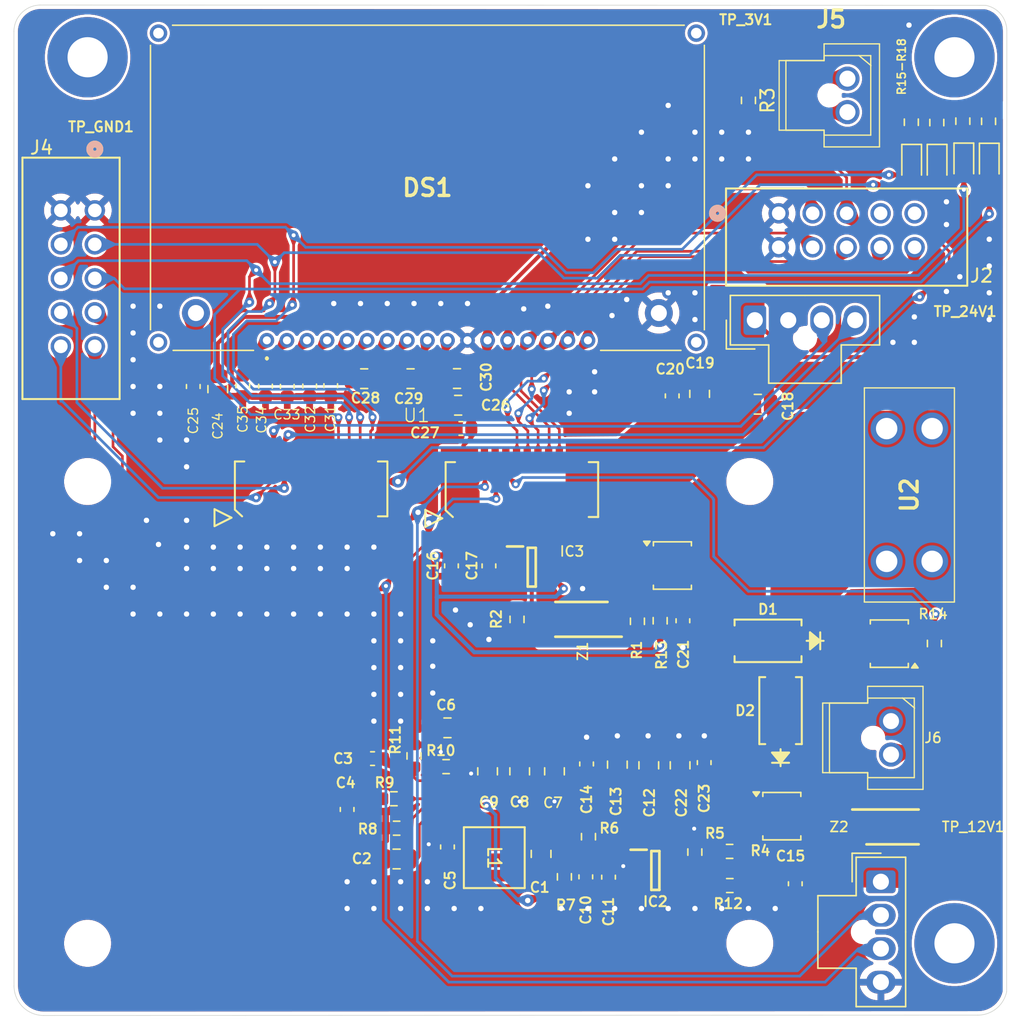
<source format=kicad_pcb>
(kicad_pcb (version 20241229) (generator "pcbnew") (generator_version "9.0")
  (layers (0 "F.Cu" signal) (2 "B.Cu" signal) (13 "F.Paste" user) (15 "B.Paste" user) (5 "F.SilkS" user "F.Silkscreen") (7 "B.SilkS" user "B.Silkscreen") (1 "F.Mask" user) (3 "B.Mask" user) (25 "Edge.Cuts" user))
  (net 0 "")
  (net 1 "+12V")
  (net 2 "+24V")
  (net 3 "GND")
  (net 4 "/Power24V/RPP_EN")
  (net 5 "/24V_OUT")
  (net 6 "/Power12V/RPP_EN")
  (net 7 "/12V_IN")
  (net 8 "+3.3V")
  (net 9 "/LED_HV")
  (net 10 "/LED_FAULT")
  (net 11 "Net-(D3-K)")
  (net 12 "Net-(D4-K)")
  (net 13 "/LED_CHARGE")
  (net 14 "/LED_HEART")
  (net 15 "Net-(D5-K)")
  (net 16 "Net-(D6-K)")
  (net 17 "/Display_MISO")
  (net 18 "/Display_RES")
  (net 19 "/Display_SCLK")
  (net 20 "/Display_MOSI")
  (net 21 "/Display_NSS")
  (net 22 "/Power24V/OV")
  (net 23 "/Power12V/OV")
  (net 24 "/Estop")
  (net 28 "/BuzzPWM")
  (net 37 "/CAN_Elcon_+")
  (net 38 "/CAN_Car_+")
  (net 39 "/CAN_Elcon_-")
  (net 40 "/CAN_Car_-")
  (net 41 "/12V-24V Boost Converter/24VOut_B4Diodes")
  (net 43 "/Buzzer/Buzz_Post_Diodes")
  (net 52 "Net-(IC1-VCC_1)")
  (net 53 "Net-(IC1-COMP)")
  (net 54 "Net-(C4-Pad2)")
  (net 55 "Net-(IC1-BOOT)")
  (net 56 "Net-(IC1-SW)")
  (net 57 "Net-(IC2-VCAP)")
  (net 58 "Net-(IC3-VCAP)")
  (net 59 "Net-(DS1-C2+)")
  (net 60 "Net-(DS1-C2-)")
  (net 61 "Net-(DS1-C1+)")
  (net 62 "Net-(DS1-C1-)")
  (net 63 "Net-(DS1-VOUT)")
  (net 64 "Net-(DS1-V4)")
  (net 65 "Net-(DS1-V3)")
  (net 66 "Net-(DS1-V2)")
  (net 67 "Net-(DS1-V1)")
  (net 68 "Net-(DS1-V0)")
  (net 69 "/12V-24V Boost Converter/24V_Out_Fuse")
  (net 74 "Net-(IC1-FB_1)")
  (net 75 "Net-(IC1-ILIM)")
  (net 76 "Net-(IC1-EN{slash}UVLO)")
  (net 78 "Net-(IC2-GATE)")
  (net 79 "Net-(IC3-GATE)")
  (footprint "153091202:1053091202" (layer "F.Cu") (at 124.4 47 -90)
    (property "Reference" "J5")
    (property "Value" "Estop 3" (hide yes))
  )
  (footprint "Resistor_SMD:R_0603_1608Metric" (layer "F.Cu") (at 134.95 50.1875 -90)
    (property "Reference" "R15" (hide yes))
    (property "Value" "590R")
  )
  (footprint "Capacitor_SMD:C_0603_1608Metric" (layer "F.Cu") (at 120.5 107.15 -90)
    (property "Reference" "C15")
    (property "Value" "0.1u")
  )
  (footprint "Resistor_SMD:R_0603_1608Metric" (layer "F.Cu") (at 90.5 100.8 180)
    (property "Reference" "R9")
    (property "Value" "80.6k")
  )
  (footprint "Capacitor_SMD:C_0805_2012Metric" (layer "F.Cu") (at 95.3 71.4 180)
    (property "Reference" "C26")
    (property "Value" "4u7")
  )
  (footprint "UTSVT_Connectors:Molex_Nano-Fit_105309-xx04_1x04_P2.50mm_Vertical" (layer "F.Cu") (at 126.64 110.07)
    (property "Reference" "J1" (hide yes))
    (property "Value" "LV_Elcon_Connector" (hide yes))
  )
  (footprint "MountingHole:MountingHole_3mm_Pad_TopBottom" (layer "F.Cu") (at 67.6 45.4)
    (property "Reference" "H1" (hide yes))
    (property "Value" "MountingHole")
  )
  (footprint "Capacitor_SMD:C_0603_1608Metric" (layer "F.Cu") (at 87 101.6 90)
    (property "Reference" "C4")
    (property "Value" "2200p")
  )
  (footprint "Capacitor_SMD:C_0603_1608Metric" (layer "F.Cu") (at 113.69077 98.1 90)
    (property "Reference" "C23")
    (property "Value" "0.1u")
  )
  (footprint "UTSVT_Connectors:CONN_SFH11-xxxC-D05-ST-XX_SUL" (layer "F.Cu") (at 119.26 57.06)
    (property "Reference" "J2")
    (property "Value" "SFH11-PBPC-D05-ST-BK")
  )
  (footprint "LED_SMD:LED_0603_1608Metric" (layer "F.Cu") (at 129.2 53.4 -90)
    (property "Reference" "D6" (hide yes))
    (property "Value" "LED")
  )
  (footprint "UTSVT_Power:PSMN8R5-40MSDX" (layer "F.Cu") (at 119.395 102)
    (property "Reference" "Q1" (hide yes))
    (property "Value" "PSMN8R5-40MSDX" (hide yes))
  )
  (footprint "Capacitor_SMD:C_0805_2012Metric" (layer "F.Cu") (at 109.55 98.3 90)
    (property "Reference" "C12")
    (property "Value" "10u")
  )
  (footprint "153091202:1053091202" (layer "F.Cu") (at 127.655 95 -90)
    (property "Reference" "J6")
    (property "Value" "BuzzConn" (hide yes))
  )
  (footprint "MountingHole:MountingHole_3mm_Pad_TopBottom" (layer "F.Cu") (at 132.4 45.4)
    (property "Reference" "H2" (hide yes))
    (property "Value" "MountingHole")
  )
  (footprint "UTSVT_Special:TestPoint_HEX_3mmID" (layer "F.Cu") (at 133.807222 100.491359 -90)
    (property "Reference" "TP_12V1")
    (property "Value" "TestPoint")
  )
  (footprint "Capacitor_SMD:C_0603_1608Metric" (layer "F.Cu") (at 95.50876 73.134051 180)
    (property "Reference" "C27")
    (property "Value" "0.1u")
  )
  (footprint "Capacitor_SMD:C_0805_2012Metric" (layer "F.Cu") (at 88.275 69.415 180)
    (property "Reference" "C28")
    (property "Value" "2u2")
  )
  (footprint "UTSVT_Special:TestPoint_HEX_3mmID" (layer "F.Cu") (at 64.4 49.6 -90)
    (property "Reference" "TP_GND1")
    (property "Value" "TestPoint")
  )
  (footprint "UTSVT_Special:TestPoint_HEX_3mmID" (layer "F.Cu") (at 132.3 66.7 90)
    (property "Reference" "TP_24V1")
    (property "Value" "TestPoint")
  )
  (footprint "UTSVT_Special:LeaderSOM" (layer "F.Cu") (at 92.189921 71.650001)
    (property "Reference" "U1")
    (property "Value" "LeaderSOM")
  )
  (footprint "Resistor_SMD:R_0603_1608Metric" (layer "F.Cu") (at 115.605685 107.284095 180)
    (property "Reference" "R12")
    (property "Value" "10k")
  )
  (footprint "Capacitor_SMD:C_0603_1608Metric" (layer "F.Cu") (at 111.3 70.7 90)
    (property "Reference" "C20")
    (property "Value" "0.1u")
  )
  (footprint "Capacitor_SMD:C_0805_2012Metric" (layer "F.Cu") (at 99.9 98.75 -90)
    (property "Reference" "C8")
    (property "Value" "22u")
  )
  (footprint "UTSVT_Power:SOT65P280X110-8N" (layer "F.Cu") (at 100.8 83.5)
    (property "Reference" "IC3")
    (property "Value" "LM74502HDDFR" (hide yes))
  )
  (footprint "3568:3568" (layer "F.Cu") (at 130.7301 83.06467 90)
    (property "Reference" "U2")
    (property "Value" "3568" (hide yes))
  )
  (footprint "Resistor_SMD:R_0603_1608Metric" (layer "F.Cu") (at 92 97.6 90)
    (property "Reference" "R11")
    (property "Value" "64.9k")
  )
  (footprint "Capacitor_SMD:C_0805_2012Metric" (layer "F.Cu") (at 94.5 95.5 180)
    (property "Reference" "C6")
    (property "Value" "22u")
  )
  (footprint "Capacitor_SMD:C_0603_1608Metric" (layer "F.Cu") (at 94.8 83.4 90)
    (property "Reference" "C16")
    (property "Value" "1u")
  )
  (footprint "SK32A_LTP:SDO_DO-214AC-SMA_MCE" (layer "F.Cu") (at 118.4649 89 180)
    (property "Reference" "D1")
    (property "Value" "D_Schottky")
  )
  (footprint "Capacitor_SMD:C_0603_1608Metric" (layer "F.Cu") (at 79.2 69.95 90)
    (property "Reference" "C35")
    (property "Value" "1u")
  )
  (footprint "UTSVT_Connectors:CONN_SFH11-xxxC-D05-ST-XX_SUL" (layer "F.Cu") (at 68.14 56.84 -90)
    (property "Reference" "J4")
    (property "Value" "SFH11-PBPC-D05-ST-BK")
  )
  (footprint "Capacitor_SMD:C_0805_2012Metric" (layer "F.Cu") (at 97.5 98.75 -90)
    (property "Reference" "C9")
    (property "Value" "22u")
  )
  (footprint "NHD-C12832A1Z-FSB-FBW-3V3:NHDC12832A1ZFSBFBW3V3" (layer "F.Cu") (at 80.9 66.55)
    (property "Reference" "DS1")
    (property "Value" "NHD-C12832A1Z-FSB-FBW-3V3" (hide yes))
  )
  (footprint "Capacitor_SMD:C_0805_2012Metric" (layer "F.Cu") (at 77.330697 70.195243 -90)
    (property "Reference" "C24")
    (property "Value" "4u7")
  )
  (footprint "UTSVT_Power:PSMN8R5-40MSDX" (layer "F.Cu") (at 127.628968 89.312007 180)
    (property "Reference" "Q3" (hide yes))
    (property "Value" "PSMN8R5-40MSDX" (hide yes))
  )
  (footprint "Capacitor_SMD:C_0805_2012Metric" (layer "F.Cu") (at 107.2 98.25 90)
    (property "Reference" "C13")
    (property "Value" "10u")
  )
  (footprint "Capacitor_SMD:C_0603_1608Metric" (layer "F.Cu") (at 106.541625 106.659095 -90)
    (property "Reference" "C11")
    (property "Value" "0.22u")
  )
  (footprint "Resistor_SMD:R_0603_1608Metric" (layer "F.Cu") (at 131.08 50.28 -90)
    (property "Reference" "R17" (hide yes))
    (property "Value" "590R")
  )
  (footprint "Capacitor_SMD:C_0603_1608Metric" (layer "F.Cu") (at 85.775 69.94 90)
    (property "Reference" "C31")
    (property "Value" "1u")
  )
  (footprint "TPS613771RYHR:VQFN-HR13_RYH_TEX" (layer "F.Cu") (at 94.50305 101.073351 180)
    (property "Reference" "IC1" (hide yes))
    (property "Value" "TPS613771RYHR")
  )
  (footprint "Capacitor_SMD:C_0805_2012Metric" (layer "F.Cu") (at 111.89077 98.3 90)
    (property "Reference" "C22")
    (property "Value" "10u")
  )
  (footprint "LED_SMD:LED_0603_1608Metric" (layer "F.Cu") (at 135 53.3125 -90)
    (property "Reference" "D3" (hide yes))
    (property "Value" "LED")
  )
  (footprint "Resistor_SMD:R_0603_1608Metric" (layer "F.Cu") (at 99.7 87.4 -90)
    (property "Reference" "R2")
    (property "Value" "4.3k")
  )
  (footprint "UTSVT_Passives:SODFL5026X125N" (layer "F.Cu") (at 104.513403 87.396426 180)
    (property "Reference" "Z1")
    (property "Value" "SMAF4751A-TP" (hide yes))
  )
  (footprint "Capacitor_SMD:C_0805_2012Metric" (layer "F.Cu") (at 101.499225 104.920059 -90)
    (property "Reference" "C1")
    (property "Value" "22u")
  )
  (footprint "MountingHole:MountingHole_3mm_Pad_TopBottom" (layer "F.Cu") (at 132.4 111.6)
    (property "Reference" "H3" (hide yes))
    (property "Value" "MountingHole")
  )
  (footprint "Capacitor_SMD:C_0805_2012Metric" (layer "F.Cu") (at 95.214965 69.405137 180)
    (property "Reference" "C30")
    (property "Value" "2u2")
  )
  (footprint "LED_SMD:LED_0603_1608Metric" (layer "F.Cu") (at 131.1 53.4 -90)
    (property "Reference" "D5" (hide yes))
    (property "Value" "LED")
  )
  (footprint "Capacitor_SMD:C_0603_1608Metric" (layer "F.Cu") (at 88.9 97.8)
    (property "Reference" "C3")
    (property "Value" "15p")
  )
  (footprint "Resistor_SMD:R_0603_1608Metric" (layer "F.Cu") (at 115.591625 104.734095 180)
    (property "Reference" "R4")
    (property "Value" "47k")
  )
  (footprint "Capacitor_SMD:C_0603_1608Metric" (layer "F.Cu") (at 94.5 104.4 90)
    (property "Reference" "C5")
    (property "Value" "0.47u")
  )
  (footprint "Resistor_SMD:R_0603_1608Metric" (layer "F.Cu") (at 108.7 87.541865 -90)
    (property "Reference" "R1")
    (property "Value" "100k")
  )
  (footprint "Capacitor_SMD:C_0603_1608Metric" (layer "F.Cu") (at 112.1 87.5 -90)
    (property "Reference" "C21")
    (property "Value" "0.1u")
  )
  (footprint "Capacitor_SMD:C_0805_2012Metric" (layer "F.Cu") (at 113.35 70.55 90)
    (property "Reference" "C19")
    (property "Value" "10u")
  )
  (footprint "Capacitor_SMD:C_0603_1608Metric" (layer "F.Cu") (at 97.6 83.4 -90)
    (property "Reference" "C17")
    (property "Value" "0.22u")
  )
  (footprint "Resistor_SMD:R_0603_1608Metric" (layer "F.Cu") (at 129.175 50.255 -90)
    (property "Reference" "R18" (hide yes))
    (property "Value" "590R")
  )
  (footprint "UTSVT_Special:TestPoint_HEX_3mmID" (layer "F.Cu") (at 116.5 45.1 180)
    (property "Reference" "TP_3V1")
    (property "Value" "TestPoint")
  )
  (footprint "LED_SMD:LED_0603_1608Metric" (layer "F.Cu") (at 133.1 53.3 -90)
    (property "Reference" "D4" (hide yes))
    (property "Value" "LED")
  )
  (footprint "Capacitor_SMD:C_0805_2012Metric" (layer "F.Cu") (at 90.7 105.3)
    (property "Reference" "C2")
    (property "Value" "4u7")
  )
  (footprint "XGL4020-472MEC:IND_XGL4020_COC" (layer "F.Cu") (at 98 105.2 -90)
    (property "Reference" "L1")
    (property "Value" "4.7uH")
  )
  (footprint "Capacitor_SMD:C_0805_2012Metric" (layer "F.Cu") (at 91.74248 69.414775)
    (property "Reference" "C29")
    (property "Value" "2u2")
  )
  (footprint "Resistor_SMD:R_0603_1608Metric" (layer "F.Cu") (at 133.025 50.175 -90)
    (property "Reference" "R16" (hide yes))
    (property "Value" "590R")
  )
  (footprint "Resistor_SMD:R_0603_1608Metric" (layer "F.Cu") (at 103.241625 106.634095 -90)
    (property "Reference" "R7")
    (property "Value" "1k")
  )
  (footprint "SK32A_LTP:SDO_DO-214AC-SMA_MCE" (layer "F.Cu") (at 119.4 94.2142 90)
    (property "Reference" "D2")
    (property "Value" "D_Schottky")
  )
  (footprint "UTSVT_Power:PSMN8R5-40MSDX" (layer "F.Cu") (at 111.215 83.274)
    (property "Reference" "Q2" (hide yes))
    (property "Value" "PSMN8R5-40MSDX" (hide yes))
  )
  (footprint "Resistor_SMD:R_0603_1608Metric" (layer "F.Cu") (at 112.991625 104.784095 90)
    (property "Reference" "R5")
    (property "Value" "4.3k")
  )
  (footprint "Capacitor_SMD:C_0603_1608Metric" (layer "F.Cu") (at 104.841625 106.634095 90)
    (property "Reference" "C10")
    (property "Value" "1u")
  )
  (footprint "Resistor_SMD:R_0603_1608Metric" (layer "F.Cu") (at 110.4 87.5 -90)
    (property "Reference" "R13")
    (property "Value" "10k")
  )
  (footprint "Resistor_SMD:R_0603_1608Metric" (layer "F.Cu") (at 105.041625 103.634095 -90)
    (property "Reference" "R6")
    (property "Value" "10k")
  )
  (footprint "Resistor_SMD:R_0603_1608Metric" (layer "F.Cu") (at 94.4 98.4 180)
    (property "Reference" "R10")
    (property "Value" "1.5M")
  )
  (footprint "Capacitor_SMD:C_0603_1608Metric" (layer "F.Cu") (at 84.2 69.965 90)
    (property "Reference" "C32")
    (property "Value" "1u")
  )
  (footprint "UTSVT_Connectors:Molex_Nano-Fit_105309-xx04_1x04_P2.50mm_Vertical" (layer "F.Cu") (at 120.545 65.305 90)
    (property "Reference" "J3" (hide yes))
    (property "Value" "BPSConn" (hide yes))
  )
  (footprint "UTSVT_Passives:SODFL5026X125N" (layer "F.Cu") (at 127.771504 102.903878)
    (property "Reference" "Z2")
    (property "Value" "SMAF4744A" (hide yes))
  )
  (footprint "Capacitor_SMD:C_0603_1608Metric" (layer "F.Cu") (at 75.5 70 -90)
    (property "Reference" "C25")
    (property "Value" "0.1u")
  )
  (footprint "Resistor_SMD:R_0603_1608Metric" (layer "F.Cu") (at 117 48.625 -90)
    (property "Reference" "R3")
    (property "Value" "0")
  )
  (footprint "Capacitor_SMD:C_0603_1608Metric" (layer "F.Cu") (at 80.9 69.975 90)
    (property "Reference" "C34")
    (property "Value" "1u")
  )
  (footprint "Capacitor_SMD:C_0603_1608Metric" (layer "F.Cu") (at 104.9 98.2 90)
    (property "Reference" "C14")
    (property "Value" "0.1u")
  )
  (footprint "Capacitor_SMD:C_0805_2012Metric" (layer "F.Cu") (at 102.5 98.75 -90)
    (property "Reference" "C7")
    (property "Value" "22u")
  )
  (footprint "UTSVT_Power:SOT65P280X110-8N" (layer "F.Cu") (at 110.041625 106.159095)
    (property "Reference" "IC2")
    (property "Value" "LM74502HDDFR" (hide yes))
  )
  (footprint "Capacitor_SMD:C_0603_1608Metric" (layer "F.Cu") (at 82.525 69.99 90)
    (property "Reference" "C33")
    (property "Value" "1u")
  )
  (footprint "Resistor_SMD:R_0603_1608Metric" (layer "F.Cu") (at 90.7 103 180)
    (property "Reference" "R8")
    (property "Value" "29.4k")
  )
  (footprint "Resistor_SMD:R_0603_1608Metric" (layer "F.Cu") (at 130.9 89.2 90)
    (property "Reference" "R14")
    (property "Value" "100k")
  )
  (footprint "Capacitor_SMD:C_0805_2012Metric" (layer "F.Cu") (at 117.7 71.325)
    (property "Reference" "C18")
    (property "Value" "10u")
  )
  (gr_arc (start 62.092253 43.478522) (mid 62.664234 42.093373) (end 64.04034 41.499966) (stroke (width 0.05)) (layer "Edge.Cuts"))
  (gr_line (start 64.0396 41.499966) (end 134.722505 41.520741) (stroke (width 0.05)) (layer "Edge.Cuts"))
  (gr_line (start 136.314659 43.4) (end 136.300013 115.216472) (stroke (width 0.05)) (layer "Edge.Cuts"))
  (gr_line (start 62.100001 114.807074) (end 62.092253 43.48269) (stroke (width 0.05)) (layer "Edge.Cuts"))
  (gr_line (start 134.127563 116.967152) (end 64.3104 116.991147) (stroke (width 0.05)) (layer "Edge.Cuts"))
  (gr_arc (start 64.310359 116.991147) (mid 62.753449 116.349801) (end 62.100001 114.797932) (stroke (width 0.05)) (layer "Edge.Cuts"))
  (gr_arc (start 136.300014 115.216471) (mid 135.526075 116.479313) (end 134.127563 116.967078) (stroke (width 0.05)) (layer "Edge.Cuts"))
  (gr_arc (start 134.722509 41.520742) (mid 135.854512 42.172195) (end 136.312998 43.395147) (stroke (width 0.05)) (layer "Edge.Cuts"))
  (gr_text "R15-R18" (at 128.8 48.3 90) (layer "F.SilkS") (effects (font (size 0.6 0.6) (thickness 0.12) (bold yes)) (justify left bottom)))
  (segment (start 126.291359 100.491359) (end 125.254 99.454) (width 0.3) (layer "F.Cu") (net 1))
  (segment (start 126.064519 95) (end 127.655 95) (width 0.3) (layer "F.Cu") (net 1))
  (segment (start 125.254 95.810519) (end 126.064519 95) (width 0.3) (layer "F.Cu") (net 1))
  (segment (start 125.254 99.454) (end 125.254 95.810519) (width 0.3) (layer "F.Cu") (net 1))
  (segment (start 133.807222 100.491359) (end 126.291359 100.491359) (width 0.3) (layer "F.Cu") (net 1))
  (segment (start 132.3 66.7) (end 131.198264 67.801736) (width 0.3) (layer "F.Cu") (net 2))
  (segment (start 131.198264 67.801736) (end 120.231736 67.801736) (width 0.3) (layer "F.Cu") (net 2))
  (segment (start 120.231736 67.801736) (end 117.475 65.045) (width 0.3) (layer "F.Cu") (net 2))
  (segment (start 104.203574 87.396426) (end 104.6 87) (width 0.5) (layer "F.Cu") (net 3))
  (segment (start 94.002924 102.011373) (end 93.988627 102.011373) (width 0.2) (layer "F.Cu") (net 3))
  (segment (start 93.766395 102.566395) (end 93.1 103.23279) (width 0.2) (layer "F.Cu") (net 3))
  (segment (start 104.9 97.425) (end 104.9 96.2) (width 0.5) (layer "F.Cu") (net 3))
  (segment (start 102.488403 87.396426) (end 104.203574 87.396426) (width 0.5) (layer "F.Cu") (net 3))
  (segment (start 112.1 88.275) (end 112.1 89.5) (width 0.5) (layer "F.Cu") (net 3))
  (segment (start 94.002924 99.196494) (end 94.301 98.898418) (width 0.25) (layer "F.Cu") (net 3))
  (segment (start 109.55 97.35) (end 109.55 96.15) (width 0.5) (layer "F.Cu") (net 3))
  (segment (start 93.905398 102.427392) (end 93.766395 102.566395) (width 0.2) (layer "F.Cu") (net 3))
  (segment (start 107.075 97.425) (end 107.2 97.3) (width 0.5) (layer "F.Cu") (net 3))
  (segment (start 94.301 97.601) (end 94 97.3) (width 0.25) (layer "F.Cu") (net 3))
  (segment (start 119 59.9) (end 119.003 59.903) (width 0.2) (layer "F.Cu") (net 3))
  (segment (start 113.69077 97.325) (end 113.69077 96.10923) (width 0.5) (layer "F.Cu") (net 3))
  (segment (start 93.1 103.23279) (end 93.1 104.2) (width 0.2) (layer "F.Cu") (net 3))
  (segment (start 111.89077 97.35) (end 111.89077 96.19077) (width 0.5) (layer "F.Cu") (net 3))
  (segment (start 113.69077 96.10923) (end 113.7 96.1) (width 0.5) (layer "F.Cu") (net 3))
  (segment (start 111.89077 96.19077) (end 111.8 96.1) (width 0.5) (layer "F.Cu") (net 3))
  (segment (start 108.791625 105.834095) (end 107.641625 105.834095) (width 0.5) (layer "F.Cu") (net 3))
  (segment (start 94.301 98.898418) (end 94.301 97.601) (width 0.25) (layer "F.Cu") (net 3))
  (segment (start 104.6 87) (end 104.6 85.1) (width 0.5) (layer "F.Cu") (net 3))
  (segment (start 93.988627 102.011373) (end 93.905398 102.094602) (width 0.2) (layer "F.Cu") (net 3))
  (segment (start 112.941625 103.034095) (end 112.941625 103.909095) (width 0.5) (layer "F.Cu") (net 3))
  (segment (start 109.55 96.15) (end 109.5 96.1) (width 0.5) (layer "F.Cu") (net 3))
  (segment (start 96 69.240172) (end 96.164965 69.405137) (width 0.5) (layer "F.Cu") (net 3))
  (segment (start 112.941625 103.909095) (end 112.991625 103.959095) (width 0.5) (layer "F.Cu") (net 3))
  (segment (start 93.905398 102.094602) (end 93.905398 102.427392) (width 0.2) (layer "F.Cu") (net 3))
  (segment (start 107.2 97.3) (end 107.2 96.1) (width 0.5) (layer "F.Cu") (net 3))
  (segment (start 94.002924 100.528089) (end 94.002924 99.196494) (width 0.25) (layer "F.Cu") (net 3))
  (via (at 107 59) (size 0.9) (drill 0.4) (layers "F.Cu" "B.Cu") (net 3))
  (via (at 109 51) (size 0.9) (drill 0.4) (layers "F.Cu" "B.Cu") (net 3))
  (via (at 93.4 92.9) (size 0.9) (drill 0.4) (layers "F.Cu" "B.Cu") (net 3))
  (via (at 96.2 87.8) (size 0.9) (drill 0.4) (layers "F.Cu" "B.Cu") (net 3))
  (via (at 93.4 89) (size 0.9) (drill 0.4) (layers "F.Cu" "B.Cu") (net 3))
  (via (at 95.1 86.7) (size 0.9) (drill 0.4) (layers "F.Cu" "B.Cu") (net 3))
  (via (at 71 85) (size 0.9) (drill 0.4) (layers "F.Cu" "B.Cu") (net 3))
  (via (at 85 83.6) (size 0.9) (drill 0.4) (layers "F.Cu" "B.Cu") (net 3))
  (via (at 71 66) (size 0.9) (drill 0.4) (layers "F.Cu" "B.Cu") (net 3))
  (via (at 89 95) (size 0.9) (drill 0.4) (layers "F.Cu" "B.Cu") (net 3))
  (via (at 127.8 66.7) (size 0.9) (drill 0.4) (layers "F.Cu" "B.Cu") (net 3))
  (via (at 71 70) (size 0.9) (drill 0.4) (layers "F.Cu" "B.Cu") (net 3))
  (via (at 73 87) (size 0.9) (drill 0.4) (layers "F.Cu" "B.Cu") (net 3))
  (via (at 129 43) (size 0.9) (drill 0.4) (layers "F.Cu" "B.Cu") (net 3))
  (via (at 107.9 63.5) (size 0.9) (drill 0.4) (layers "F.Cu" "B.Cu") (net 3))
  (via (at 117 53) (size 0.9) (drill 0.4) (layers "F.Cu" "B.Cu") (net 3))
  (via (at 111.8 96.1) (size 0.9) (drill 0.4) (layers "F.Cu" "B.Cu") (net 3))
  (via (at 93.1 104.2) (size 0.6) (drill 0.3) (layers "F.Cu" "B.Cu") (net 3))
  (via (at 65 81) (size 0.9) (drill 0.4) (layers "F.Cu" "B.Cu") (net 3))
  (via (at 90 63.8) (size 0.9) (drill 0.4) (layers "F.Cu" "B.Cu") (net 3))
  (via (at 99.9 101) (size 0.6) (drill 0.3) (layers "F.Cu" "B.Cu") (net 3))
  (via (at 77 83.6) (size 0.9) (drill 0.4) (layers "F.Cu" "B.Cu") (net 3))
  (via (at 91 109) (size 0.9) (drill 0.4) (layers "F.Cu" "B.Cu") (net 3))
  (via (at 91 89) (size 0.9) (drill 0.4) (layers "F.Cu" "B.Cu") (net 3))
  (via (at 75 87) (size 0.9) (drill 0.4) (layers "F.Cu" "B.Cu") (net 3))
  (via (at 103.6 72) (size 0.9) (drill 0.4) (layers "F.Cu" "B.Cu") (net 3))
  (via (at 131.8 56.2) (size 0.9) (drill 0.4) (layers "F.Cu" "B.Cu") (net 3))
  (via (at 113 63) (size 0.9) (drill 0.4) (layers "F.Cu" "B.Cu") (net 3))
  (via (at 91 91) (size 0.9) (drill 0.4) (layers "F.Cu" "B.Cu") (net 3))
  (via (at 87 107) (size 0.9) (drill 0.4) (layers "F.Cu" "B.Cu") (net 3))
  (via (at 79 87) (size 0.9) (drill 0.4) (layers "F.Cu" "B.Cu") (net 3))
  (via (at 111 53) (size 0.9) (drill 0.4) (layers "F.Cu" "B.Cu") (net 3))
  (via (at 71 72) (size 0.9) (drill 0.4) (layers "F.Cu" "B.Cu") (net 3))
  (via (at 75 80) (size 0.9) (drill 0.4) (layers "F.Cu" "B.Cu") (net 3))
  (via (at 89 82) (size 0.9) (drill 0.4) (layers "F.Cu" "B.Cu") (net 3))
  (via (at 115 109) (size 0.9) (drill 0.4) (layers "F.Cu" "B.Cu") (net 3))
  (via (at 73 64) (size 0.9) (drill 0.4) (layers "F.Cu" "B.Cu") (net 3))
  (via (at 86 63.8) (size 0.9) (drill 0.4) (layers "F.Cu" "B.Cu") (net 3))
  (via (at 105.5 68.9) (size 0.9) (drill 0.4) (layers "F.Cu" "B.Cu") (net 3))
  (via (at 77 82) (size 0.9) (drill 0.4) (layers "F.Cu" "B.Cu") (net 3))
  (via (at 79 82) (size 0.9) (drill 0.4) (layers "F.Cu" "B.Cu") (net 3))
  (via (at 109.5 96.1) (size 0.9) (drill 0.4) (layers "F.Cu" "B.Cu") (net 3))
  (via (at 77 87) (size 0.9) (drill 0.4) (layers "F.Cu" "B.Cu") (net 3))
  (via (at 83 83.6) (size 0.9) (drill 0.4) (layers "F.Cu" "B.Cu") (net 3))
  (via (at 107 57) (size 0.9) (drill 0.4) (layers "F.Cu" "B.Cu") (net 3))
  (via (at 83 82) (size 0.9) (drill 0.4) (layers "F.Cu" "B.Cu") (net 3))
  (via (at 69 83) (size 0.9) (drill 0.4) (layers "F.Cu" "B.Cu") (net 3))
  (via (at 103.6 70.4) (size 0.9) (drill 0.4) (layers "F.Cu" "B.Cu") (net 3))
  (via (at 93 107) (size 0.9) (drill 0.4) (layers "F.Cu" "B.Cu") (net 3))
  (via (at 135 61) (size 0.9) (drill 0.4) (layers "F.Cu" "B.Cu") (net 3))
  (via (at 75 83.6) (size 0.9) (drill 0.4) (layers "F.Cu" "B.Cu") (net 3))
  (via (at 107 53) (size 0.9) (drill 0.4) (layers "F.Cu" "B.Cu") (net 3))
  (via (at 97 109) (size 0.9) (drill 0.4) (layers "F.Cu" "B.Cu") (net 3))
  (via (at 117 51) (size 0.9) (drill 0.4) (layers "F.Cu" "B.Cu") (net 3))
  (via (at 73 74) (size 0.9) (drill 0.4) (layers "F.Cu" "B.Cu") (net 3))
  (via (at 113 65) (size 0.9) (drill 0.4) (layers "F.Cu" "B.Cu") (net 3))
  (via (at 75 82) (size 0.9) (drill 0.4) (layers "F.Cu" "B.Cu") (net 3))
  (via (at 111 49) (size 0.9) (drill 0.4) (layers "F.Cu" "B.Cu") (net 3))
  (via (at 79 83.6) (size 0.9) (drill 0.4) (layers "F.Cu" "B.Cu") (net 3))
  (via (at 72 80) (size 0.9) (drill 0.4) (layers "F.Cu" "B.Cu") (net 3))
  (via (at 113 109) (size 0.9) (drill 0.4) (layers "F.Cu" "B.Cu") (net 3))
  (via (at 81 82) (size 0.9) (drill 0.4) (layers "F.Cu" "B.Cu") (net 3))
  (via (at 93 109) (size 0.9) (drill 0.4) (layers "F.Cu" "B.Cu") (net 3))
  (via (at 67 81) (size 0.9) (drill 0.4) (layers "F.Cu" "B.Cu") (net 3))
  (via (at 81 87) (size 0.9) (drill 0.4) (layers "F.Cu" "B.Cu") (net 3))
  (via (at 89 93) (size 0.9) (drill 0.4) (layers "F.Cu" "B.Cu") (net 3))
  (via (at 89 87) (size 0.9) (drill 0.4) (layers "F.Cu" "B.Cu") (net 3))
  (via (at 91 107) (size 0.9) (drill 0.4) (layers "F.Cu" "B.Cu") (net 3))
  (via (at 107.2 96.1) (size 0.9) (drill 0.4) (layers "F.Cu" "B.Cu") (net 3))
  (via (at 115 51) (size 0.9) (drill 0.4) (layers "F.Cu" "B.Cu") (net 3))
  (via (at 109 109) (size 0.9) (drill 0.4) (layers "F.Cu" "B.Cu") (net 3))
  (via (at 105.5 70.4) (size 0.9) (drill 0.4) (layers "F.Cu" "B.Cu") (net 3))
  (via (at 131.8 62.9) (size 0.9) (drill 0.4) (layers "F.Cu" "B.Cu") (net 3))
  (via (at 89 89) (size 0.9) (drill 0.4) (layers "F.Cu" "B.Cu") (net 3))
  (via (at 104.6 85.1) (size 0.9) (drill 0.4) (layers "F.Cu" "B.Cu") (net 3))
  (via (at 88 63.8) (size 0.9) (drill 0.4) (layers "F.Cu" "B.Cu") (net 3))
  (via (at 119 109) (size 0.9) (drill 0.4) (layers "F.Cu" "B.Cu") (net 3))
  (via (at 67 83) (size 0.9) (drill 0.4) (layers "F.Cu" "B.Cu") (net 3))
  (via (at 105 59) (size 0.9) (drill 0.4) (layers "F.Cu" "B.Cu") (net 3))
  (via (at 73 70) (size 0.9) (drill 0.4) (layers "F.Cu" "B.Cu") (net 3))
  (via (at 111 55) (size 0.9) (drill 0.4) (layers "F.Cu" "B.Cu") (net 3))
  (via (at 96.267183 98.915305) (size 0.6) (drill 0.3) (layers "F.Cu" "B.Cu") (net 3))
  (via (at 115 53) (size 0.9) (drill 0.4) (layers "F.Cu" "B.Cu") (net 3))
  (via (at 87 87) (size 0.9) (drill 0.4) (layers "F.Cu" "B.Cu") (net 3))
  (via (at 111 109) (size 0.9) (drill 0.4) (layers "F.Cu" "B.Cu") (net 3))
  (via (at 89 107) (size 0.9) (drill 0.4) (layers "F.Cu" "B.Cu") (net 3))
  (via (at 132.8 61.8) (size 0.9) (drill 0.4) (layers "F.Cu" "B.Cu") (net 3))
  (via (at 95 109) (size 0.9) (drill 0.4) (layers "F.Cu" "B.Cu") (net 3))
  (via (at 89 109) (size 0.9) (drill 0.4) (layers "F.Cu" "B.Cu") (net 3))
  (via (at 93.4 90.9) (size 0.9) (drill 0.4) (layers "F.Cu" "B.Cu") (net 3))
  (via (at 113 51) (size 0.9) (drill 0.4) (layers "F.Cu" "B.Cu") (net 3))
  (via (at 72.9 81.8) (size 0.9) (drill 0.4) (layers "F.Cu" "B.Cu") (net 3))
  (via (at 87 82) (size 0.9) (drill 0.4) (layers "F.Cu" "B.Cu") (net 3))
  (via (at 111 63) (size 0.9) (drill 0.4) (layers "F.Cu" "B.Cu") (net 3))
  (via (at 135 63) (size 0.9) (drill 0.4) (layers "F.Cu" "B.Cu") (net 3))
  (via (at 91 95) (size 0.9) (drill 0.4) (layers "F.Cu" "B.Cu") (net 3))
  (via (at 91 93) (size 0.9) (drill 0.4) (layers "F.Cu" "B.Cu") (net 3))
  (via (at 71 68) (size 0.9) (drill 0.4) (layers "F.Cu" "B.Cu") (net 3))
  (via (at 92 63.8) (size 0.9) (drill 0.4) (layers "F.Cu" "B.Cu") (net 3))
  (via (at 105 109) (size 0.9) (drill 0.4) (layers "F.Cu" "B.Cu") (net 3))
  (via (at 85 87) (size 0.9) (drill 0.4) (layers "F.Cu" "B.Cu") (net 3))
  (via (at 94 97.3) (size 0.6) (drill 0.3) (layers "F.Cu" "B.Cu") (net 3))
  (via (at 107 109) (size 0.9) (drill 0.4) (layers "F.Cu" "B.Cu") (net 3))
  (via (at 112.941625 103.034095) (size 0.6) (drill 0.3) (layers "F.Cu" "B.Cu") (net 3))
  (via (at 97.6 88.9) (size 0.9) (drill 0.4) (layers "F.Cu" "B.Cu") (net 3))
  (via (at 71 87) (size 0.9) (drill 0.4) (layers "F.Cu" "B.Cu") (net 3))
  (via (at 102 64) (size 0.9) (drill 0.4) (layers "F.Cu" "B.Cu") (net 3))
  (via (at 109 57) (size 0.9) (drill 0.4) (layers "F.Cu" "B.Cu") (net 3))
  (via (at 113.7 96.1) (size 0.9) (drill 0.4) (layers "F.Cu" "B.Cu") (net 3))
  (via (at 89 91) (size 0.9) (drill 0.4) (layers "F.Cu" "B.Cu") (net 3))
  (via (at 117 109) (size 0.9) (drill 0.4) (layers "F.Cu" "B.Cu") (net 3))
  (via (at 85 82) (size 0.9) (drill 0.4) (layers "F.Cu" "B.Cu") (net 3))
  (via (at 75 76) (size 0.9) (drill 0.4) (layers "F.Cu" "B.Cu") (net 3))
  (via (at 81 83.6) (size 0.9) (drill 0.4) (layers "F.Cu" "B.Cu") (net 3))
  (via (at 87 83.6) (size 0.9) (drill 0.4) (layers "F.Cu" "B.Cu") (net 3))
  (via (at 103 109) (size 0.9) (drill 0.4) (layers "F.Cu" "B.Cu") (net 3))
  (via (at 100.2 64.2) (size 0.9) (drill 0.4) (layers "F.Cu" "B.Cu") (net 3))
  (via (at 129.4 64.8) (size 0.9) (drill 0.4) (layers "F.Cu" "B.Cu") (net 3))
  (via (at 135 59) (size 0.9) (drill 0.4) (layers "F.Cu" "B.Cu") (net 3))
  (via (at 131.8 57.9) (size 0.9) (drill 0.4) (layers "F.Cu" "B.Cu") (net 3))
  (via (at 106.8 64.7) (size 0.9) (drill 0.4) (layers "F.Cu" "B.Cu") (net 3))
  (via (at 75 74) (size 0.9) (drill 0.4) (layers "F.Cu" "B.Cu") (net 3))
  (via (at 96 63.8) (size 0.9) (drill 0.4) (layers "F.Cu" "B.Cu") (net 3))
  (via (at 71 64) (size 0.9) (drill 0.4) (layers "F.Cu" "B.Cu") (net 3))
  (via (at 109 55) (size 0.9) (drill 0.4) (layers "F.Cu" "B.Cu") (net 3))
  (via (at 102.5 101) (size 0.6) (drill 0.3) (layers "F.Cu" "B.Cu") (net 3))
  (via (at 112.1 89.5) (size 0.9) (drill 0.4) (layers "F.Cu" "B.Cu") (net 3))
  (via (at 104.9 96.2) (size 0.9) (drill 0.4) (layers "F.Cu" "B.Cu") (net 3))
  (via (at 105 55) (size 0.9) (drill 0.4) (layers "F.Cu" "B.Cu") (net 3))
  (via (at 73 72) (size 0.9) (drill 0.4) (layers "F.Cu" "B.Cu") (net 3))
  (via (at 69 85) (size 0.9) (drill 0.4) (layers "F.Cu" "B.Cu") (net 3))
  (via (at 91 87) (size 0.9) (drill 0.4) (layers "F.Cu" "B.Cu") (net 3))
  (via (at 87 109) (size 0.9) (drill 0.4) (layers "F.Cu" "B.Cu") (net 3))
  (via (at 129.4 66.7) (size 0.9) (drill 0.4) (layers "F.Cu" "B.Cu") (net 3))
  (via (at 107.641625 105.834095) (size 0.6) (drill 0.3) (layers "F.Cu" "B.Cu") (net 3))
  (via (at 94 63.8) (size 0.9) (drill 0.4) (layers "F.Cu" "B.Cu") (net 3))
  (via (at 113 53) (size 0.9) (drill 0.4) (layers "F.Cu" "B.Cu") (net 3))
  (via (at 135 65) (size 0.9) (drill 0.4) (layers "F.Cu" "B.Cu") (net 3))
  (via (at 83 87) (size 0.9) (drill 0.4) (layers "F.Cu" "B.Cu") (net 3))
  (segment (start 110.4 88.325) (end 110.4 89.35) (width 0.3) (layer "F.Cu") (net 4))
  (segment (start 97.6 82.625) (end 97.7 82.525) (width 0.3) (layer "F.Cu") (net 4))
  (segment (start 102.05 84.475) (end 102.575 84.475) (width 0.3) (layer "F.Cu") (net 4))
  (segment (start 93.675 82.625) (end 94.8 82.625) (width 0.3) (layer "F.Cu") (net 4))
  (segment (start 102.575 84.475) (end 103.2 85.1) (width 0.3) (layer "F.Cu") (net 4))
  (segment (start 94.8 82.625) (end 97.6 82.625) (width 0.3) (layer "F.Cu") (net 4))
  (segment (start 94.775 82.6) (end 94.8 82.625) (width 0.3) (layer "F.Cu") (net 4))
  (segment (start 97.7 82.525) (end 99.55 82.525) (width 0.3) (layer "F.Cu") (net 4))
  (via (at 110.4 89.35) (size 0.6) (drill 0.3) (layers "F.Cu" "B.Cu") (net 4))
  (via (at 103.2 85.1) (size 0.6) (drill 0.3) (layers "F.Cu" "B.Cu") (net 4))
  (via (at 93.675 82.625) (size 0.6) (drill 0.3) (layers "F.Cu" "B.Cu") (net 4))
  (segment (start 96.5 89.85) (end 93.7 87.05) (width 0.3) (layer "B.Cu") (net 4))
  (segment (start 103.2 85.1) (end 102.6 85.7) (width 0.3) (layer "B.Cu") (net 4))
  (segment (start 109.9 89.85) (end 96.5 89.85) (width 0.3) (layer "B.Cu") (net 4))
  (segment (start 93.7 87.05) (end 93.7 85.75) (width 0.3) (layer "B.Cu") (net 4))
  (segment (start 102.6 85.7) (end 93.75 85.7) (width 0.3) (layer "B.Cu") (net 4))
  (segment (start 110.4 89.35) (end 109.9 89.85) (width 0.3) (layer "B.Cu") (net 4))
  (segment (start 93.75 85.7) (end 93.7 85.75) (width 0.3) (layer "B.Cu") (net 4))
  (segment (start 93.7 82.65) (end 93.675 82.625) (width 0.3) (layer "B.Cu") (net 4))
  (segment (start 93.7 85.75) (end 93.7 82.65) (width 0.3) (layer "B.Cu") (net 4))
  (segment (start 113.216625 107.109095) (end 113.391625 107.284095) (width 0.3) (layer "F.Cu") (net 6))
  (segment (start 113.391625 107.284095) (end 114.780685 107.284095) (width 0.3) (layer "F.Cu") (net 6))
  (segment (start 106.516625 105.859095) (end 106.541625 105.884095) (width 0.25) (layer "F.Cu") (net 6))
  (segment (start 109.504125 105.159095) (end 109.741625 105.396595) (width 0.25) (layer "F.Cu") (net 6))
  (segment (start 107.266625 105.159095) (end 109.504125 105.159095) (width 0.25) (layer "F.Cu") (net 6))
  (segment (start 109.741625 105.396595) (end 109.741625 106.809095) (width 0.25) (layer "F.Cu") (net 6))
  (segment (start 104.841625 105.859095) (end 106.516625 105.859095) (width 0.25) (layer "F.Cu") (net 6))
  (segment (start 106.541625 105.884095) (end 107.266625 105.159095) (width 0.25) (layer "F.Cu") (net 6))
  (segment (start 109.741625 106.809095) (end 110.041625 107.109095) (width 0.25) (layer "F.Cu") (net 6))
  (segment (start 110.891625 107.109095) (end 113.216625 107.109095) (width 0.3) (layer "F.Cu") (net 6))
  (segment (start 110.041625 107.109095) (end 110.891625 107.109095) (width 0.25) (layer "F.Cu") (net 6))
  (segment (start 77.330697 66.769303) (end 79.3 64.8) (width 0.3) (layer "F.Cu") (net 8))
  (segment (start 118.1 47.3) (end 118 47.3) (width 0.3) (layer "F.Cu") (net 8))
  (segment (start 118.3 47.1) (end 118.1 47.3) (width 0.3) (layer "F.Cu") (net 8))
  (segment (start 79.3 64.8) (end 96.8 64.8) (width 0.3) (layer "F.Cu") (net 8))
  (segment (start 124.4 47) (end 119.6 47) (width 0.3) (layer "F.Cu") (net 8))
  (segment (start 97.4 66.65) (end 97.4 70.25) (width 0.3) (layer "F.Cu") (net 8))
  (segment (start 97.4 70.25) (end 96.25 71.4) (width 0.3) (layer "F.Cu") (net 8))
  (segment (start 96.28376 73.81624) (end 96.2 73.9) (width 0.3) (layer "F.Cu") (net 8))
  (segment (start 117.5 47.8) (end 113.8 47.8) (width 0.3) (layer "F.Cu") (net 8))
  (segment (start 116.5 45.1) (end 118.1 46.7) (width 0.3) (layer "F.Cu") (net 8))
  (segment (start 118.3 47.1) (end 118.2 47.1) (width 0.3) (layer "F.Cu") (net 8))
  (segment (start 97.5 66.55) (end 97.4 66.65) (width 0.3) (layer "F.Cu") (net 8))
  (segment (start 118.2 47.1) (end 117.5 47.8) (width 0.3) (layer "F.Cu") (net 8))
  (segment (start 96.25 73.100291) (end 96.28376 73.134051) (width 0.3) (layer "F.Cu") (net 8))
  (segment (start 77.310454 69.225) (end 77.330697 69.245243) (width 0.3) (layer "F.Cu") (net 8))
  (segment (start 119.6 47) (end 118.4 47) (width 0.3) (layer "F.Cu") (net 8))
  (segment (start 117.5 47.8) (end 117 47.8) (width 0.3) (layer "F.Cu") (net 8))
  (segment (start 77.330697 69.245243) (end 77.330697 66.769303) (width 0.3) (layer "F.Cu") (net 8))
  (segment (start 95.7 74.4) (end 95.7 75.8) (width 0.3) (layer "F.Cu") (net 8))
  (segment (start 97.5 65.5) (end 97.5 65.772183) (width 0.3) (layer "F.Cu") (net 8))
  (segment (start 96.25 71.4) (end 96.25 73.100291) (width 0.3) (layer "F.Cu") (net 8))
  (segment (start 97.5 65.772183) (end 97.5 66.55) (width 0.3) (layer "F.Cu") (net 8))
  (segment (start 118.4 47) (end 118.3 47.1) (width 0.3) (layer "F.Cu") (net 8))
  (segment (start 113.8 47.8) (end 96.8 64.8) (width 0.3) (layer "F.Cu") (net 8))
  (segment (start 118.4 47) (end 116.5 45.1) (width 0.3) (layer "F.Cu") (net 8))
  (segment (start 96.8 64.8) (end 97.5 65.5) (width 0.3) (layer "F.Cu") (net 8))
  (segment (start 75.5 69.225) (end 77.310454 69.225) (width 0.3) (layer "F.Cu") (net 8))
  (segment (start 118 47.3) (end 117.5 47.8) (width 0.3) (layer "F.Cu") (net 8))
  (segment (start 96.28376 73.134051) (end 96.28376 73.81624) (width 0.3) (layer "F.Cu") (net 8))
  (segment (start 118.1 46.7) (end 118.1 47.3) (width 0.3) (layer "F.Cu") (net 8))
  (segment (start 96.2 73.9) (end 95.7 74.4) (width 0.3) (layer "F.Cu") (net 8))
  (segment (start 75.5 69.225) (end 75.5 64.71) (width 0.3) (layer "F.Cu") (net 8))
  (segment (start 75.5 64.71) (end 75.7 64.51) (width 0.3) (layer "F.Cu") (net 8))
  (segment (start 86.357926 73.342074) (end 86.357926 75.516669) (width 0.2) (layer "F.Cu") (net 9))
  (segment (start 86.35 72.301) (end 86.35 73.334148) (width 0.2) (layer "F.Cu") (net 9))
  (segment (start 86.35 73.334148) (end 86.357926 73.342074) (width 0.2) (layer "F.Cu") (net 9))
  (segment (start 135 57.1) (end 135 54.1) (width 0.2) (layer "F.Cu") (net 9))
  (via (at 86.35 72.301) (size 0.6) (drill 0.3) (layers "F.Cu" "B.Cu") (net 9))
  (via (at 135 57.1) (size 0.7) (drill 0.3) (layers "F.Cu" "B.Cu") (net 9))
  (segment (start 129.9 62.2) (end 135 57.1) (width 0.2) (layer "B.Cu") (net 9))
  (segment (start 79 62.718001) (end 79.1 62.718001) (width 0.2) (layer "B.Cu") (net 9))
  (segment (start 77.1 69.4) (end 77.1 64.618001) (width 0.2) (layer "B.Cu") (net 9))
  (segment (start 70.36 62.7) (end 69.58 61.92) (width 0.2) (layer "B.Cu") (net 9))
  (segment (start 86.149 72.1) (end 79.8 72.1) (width 0.2) (layer "B.Cu") (net 9))
  (segment (start 109.081999 62.718001) (end 109.6 62.2) (width 0.2) (layer "B.Cu") (net 9))
  (segment (start 79.1 62.718001) (end 79.081999 62.7) (width 0.2) (layer "B.Cu") (net 9))
  (segment (start 109.6 62.2) (end 129.9 62.2) (width 0.2) (layer "B.Cu") (net 9))
  (segment (start 79.1 62.718001) (end 102.5 62.718001) (width 0.2) (layer "B.Cu") (net 9))
  (segment (start 102.5 62.718001) (end 109.081999 62.718001) (width 0.2) (layer "B.Cu") (net 9))
  (segment (start 86.35 72.301) (end 86.149 72.1) (width 0.2) (layer "B.Cu") (net 9))
  (segment (start 69.58 61.92) (end 68.14 61.92) (width 0.2) (layer "B.Cu") (net 9))
  (segment (start 79.081999 62.7) (end 70.36 62.7) (width 0.2) (layer "B.Cu") (net 9))
  (segment (start 77.1 64.618001) (end 79 62.718001) (width 0.2) (layer "B.Cu") (net 9))
  (segment (start 79.8 72.1) (end 77.1 69.4) (width 0.2) (layer "B.Cu") (net 9))
  (segment (start 133.1 55.3) (end 133.1 54.0875) (width 0.2) (layer "F.Cu") (net 10))
  (segment (start 87.150003 72.301) (end 87.149558 72.301445) (width 0.2) (layer "F.Cu") (net 10))
  (segment (start 79.7 61.8) (end 80.2 61.3) (width 0.2) (layer "F.Cu") (net 10))
  (segment (start 79.7 63.7) (end 79.7 61.8) (width 0.2) (layer "F.Cu") (net 10))
  (segment (start 87.157926 73.527031) (end 87.157926 75.516669) (width 0.2) (layer "F.Cu") (net 10))
  (segment (start 87.149558 72.301445) (end 87.149558 73.518663) (width 0.2) (layer "F.Cu") (net 10))
  (segment (start 87.149558 73.518663) (end 87.157926 73.527031) (width 0.2) (layer "F.Cu") (net 10))
  (via (at 133.1 55.3) (size 0.7) (drill 0.3) (layers "F.Cu" "B.Cu") (net 10))
  (via (at 79.7 63.7) (size 0.7) (drill 0.3) (layers "F.Cu" "B.Cu") (net 10))
  (via (at 87.150003 72.301) (size 0.6) (drill 0.3) (layers "F.Cu" "B.Cu") (net 10))
  (via (at 80.2 61.3) (size 0.7) (drill 0.3) (layers "F.Cu" "B.Cu") (net 10))
  (segment (start 66.92 60.6) (end 65.6 61.92) (width 0.2) (layer "B.Cu") (net 10))
  (segment (start 81.217001 62.317001) (end 80.2 61.3) (width 0.2) (layer "B.Cu") (net 10))
  (segment (start 133.1 55.3) (end 133.1 58.3) (width 0.2) (layer "B.Cu") (net 10))
  (segment (start 80.2 61.3) (end 79.5 60.6) (width 0.2) (layer "B.Cu") (net 10))
  (segment (start 77.7 69.2) (end 77.7 65.7) (width 0.2) (layer "B.Cu") (net 10))
  (segment (start 108.915899 62.317001) (end 81.217001 62.317001) (width 0.2) (layer "B.Cu") (net 10))
  (segment (start 77.7 65.7) (end 79.7 63.7) (width 0.2) (layer "B.Cu") (net 10))
  (segment (start 87.149558 72.300555) (end 87.149558 71.749558) (width 0.2) (layer "B.Cu") (net 10))
  (segment (start 86.6 71.2) (end 79.7 71.2) (width 0.2) (layer "B.Cu") (net 10))
  (segment (start 129.7 61.7) (end 109.5329 61.7) (width 0.2) (layer "B.Cu") (net 10))
  (segment (start 79.5 60.6) (end 66.92 60.6) (width 0.2) (layer "B.Cu") (net 10))
  (segment (start 79.7 71.2) (end 77.7 69.2) (width 0.2) (layer "B.Cu") (net 10))
  (segment (start 87.149558 71.749558) (end 86.6 71.2) (width 0.2) (layer "B.Cu") (net 10))
  (segment (start 87.150003 72.301) (end 87.149558 72.300555) (width 0.2) (layer "B.Cu") (net 10))
  (segment (start 109.5329 61.7) (end 108.915899 62.317001) (width 0.2) (layer "B.Cu") (net 10))
  (segment (start 133.1 58.3) (end 129.7 61.7) (width 0.2) (layer "B.Cu") (net 10))
  (segment (start 134.925 51.105) (end 134.9 51.08) (width 0.2) (layer "F.Cu") (net 11))
  (segment (start 135 52.525) (end 135 51.0625) (width 0.2) (layer "F.Cu") (net 11))
  (segment (start 133.1 52.5125) (end 133.1 51.075) (width 0.2) (layer "F.Cu") (net 12))
  (segment (start 133.1 51.075) (end 133.025 51) (width 0.2) (layer "F.Cu") (net 12))
  (segment (start 133.05 51.1) (end 133.03 51.08) (width 0.2) (layer "F.Cu") (net 12))
  (segment (start 130.774 54.926) (end 131.1 54.6) (width 0.2) (layer "F.Cu") (net 13))
  (segment (start 87.975 75.43493) (end 87.90993 75.5) (width 0.2) (layer "F.Cu") (net 13))
  (segment (start 81.6 63.4) (end 81.6 60.7) (width 0.2) (layer "F.Cu") (net 13))
  (segment (start 87.975 72.301) (end 87.975 75.43493) (width 0.2) (layer "F.Cu") (net 13))
  (segment (start 126.326 54.926) (end 130.774 54.926) (width 0.2) (layer "F.Cu") (net 13))
  (segment (start 87.941256 75.5) (end 87.957925 75.516669) (width 0.2) (layer "F.Cu") (net 13))
  (segment (start 81.2 63.8) (end 81.6 63.4) (width 0.2) (layer "F.Cu") (net 13))
  (segment (start 131.1 54.6) (end 131.1 54.1875) (width 0.2) (layer "F.Cu") (net 13))
  (segment (start 87.90993 75.5) (end 87.941256 75.5) (width 0.2) (layer "F.Cu") (net 13))
  (via (at 81.2 63.8) (size 0.7) (drill 0.3) (layers "F.Cu" "B.Cu") (net 13))
  (via (at 87.975 72.301) (size 0.6) (drill 0.3) (layers "F.Cu" "B.Cu") (net 13))
  (via (at 81.6 60.7) (size 0.7) (drill 0.3) (layers "F.Cu" "B.Cu") (net 13))
  (via (at 126.326 54.926) (size 0.7) (drill 0.3) (layers "F.Cu" "B.Cu") (net 13))
  (segment (start 126.326 54.926) (end 117.874 54.926) (width 0.2) (layer "B.Cu") (net 13))
  (segment (start 80.6 64.4) (end 81.2 63.8) (width 0.2) (layer "B.Cu") (net 13))
  (segment (start 107.4 60.2) (end 105.7 61.9) (width 0.2) (layer "B.Cu") (net 13))
  (segment (start 105.5671 61.9) (end 105.5661 61.901) (width 0.2) (layer "B.Cu") (net 13))
  (segment (start 78.101 65.8661) (end 79.5671 64.4) (width 0.2) (layer "B.Cu") (net 13))
  (segment (start 87.975 72.301) (end 87.975 72.0079) (width 0.2) (layer "B.Cu") (net 13))
  (segment (start 117.874 54.926) (end 112.6 60.2) (width 0.2) (layer "B.Cu") (net 13))
  (segment (start 101.301 60.001) (end 82.3 60.001) (width 0.2) (layer "B.Cu") (net 13))
  (segment (start 112.6 60.2) (end 107.4 60.2) (width 0.2) (layer "B.Cu") (net 13))
  (segment (start 82.3 60.001) (end 81.601 60.7) (width 0.2) (layer "B.Cu") (net 13))
  (segment (start 79.5671 64.4) (end 80.6 64.4) (width 0.2) (layer "B.Cu") (net 13))
  (segment (start 87.975 72.0079) (end 86.6671 70.7) (width 0.2) (layer "B.Cu") (net 13))
  (segment (start 105.5661 61.901) (end 103.201 61.901) (width 0.2) (layer "B.Cu") (net 13))
  (segment (start 105.7 61.9) (end 105.5671 61.9) (width 0.2) (layer "B.Cu") (net 13))
  (segment (start 81.6 60.7) (end 80.28 59.38) (width 0.2) (layer "B.Cu") (net 13))
  (segment (start 103.201 61.901) (end 101.301 60.001) (width 0.2) (layer "B.Cu") (net 13))
  (segment (start 81.601 60.7) (end 81.6 60.7) (width 0.2) (layer "B.Cu") (net 13))
  (segment (start 78.101 68.901) (end 78.101 65.8661) (width 0.2) (layer "B.Cu") (net 13))
  (segment (start 86.6671 70.7) (end 79.9 70.7) (width 0.2) (layer "B.Cu") (net 13))
  (segment (start 80.28 59.38) (end 68.14 59.38) (width 0.2) (layer "B.Cu") (net 13))
  (segment (start 79.9 70.7) (end 78.101 68.901) (width 0.2) (layer "B.Cu") (net 13))
  (segment (start 88.9 72.301) (end 88.9 73.2) (width 0.2) (layer "F.Cu") (net 14))
  (segment (start 127.5 54.1875) (end 129.2 54.1875) (width 0.2) (layer "F.Cu") (net 14))
  (segment (start 83 63.8) (end 83 58.7) (width 0.2) (layer "F.Cu") (net 14))
  (segment (start 88.757926 73.342074) (end 88.757926 75.516669) (width 0.2) (layer "F.Cu") (net 14))
  (segment (start 82.9 63.9) (end 83 63.8) (width 0.2) (layer "F.Cu") (net 14))
  (segment (start 88.9 73.2) (end 88.757926 73.342074) (width 0.2) (layer "F.Cu") (net 14))
  (via (at 83 58.7) (size 0.7) (drill 0.3) (layers "F.Cu" "B.Cu") (net 14))
  (via (at 82.9 63.9) (size 0.7) (drill 0.3) (layers "F.Cu" "B.Cu") (net 14))
  (via (at 88.9 72.301) (size 0.6) (drill 0.3) (layers "F.Cu" "B.Cu") (net 14))
  (via (at 127.5 54.1875) (size 0.7) (drill 0.3) (layers "F.Cu" "B.Cu") (net 14))
  (segment (start 88.9 72.301) (end 88.9 72) (width 0.2) (layer "B.Cu") (net 14))
  (segment (start 103.3671 61.5) (end 101.4671 59.6) (width 0.2) (layer "B.Cu") (net 14))
  (segment (start 127.5 54.1875) (end 117.6125 54.1875) (width 0.2) (layer "B.Cu") (net 14))
  (segment (start 78.502 68.702) (end 78.502 66.098) (width 0.2) (layer "B.Cu") (net 14))
  (segment (start 105.4 61.5) (end 103.3671 61.5) (width 0.2) (layer "B.Cu") (net 14))
  (segment (start 83.9 59.6) (end 83 58.7) (width 0.2) (layer "B.Cu") (net 14))
  (segment (start 88.9 72) (end 87.1 70.2) (width 0.2) (layer "B.Cu") (net 14))
  (segment (start 82.4 58.1) (end 66.88 58.1) (width 0.2) (layer "B.Cu") (net 14))
  (segment (start 87.1 70.2) (end 80 70.2) (width 0.2) (layer "B.Cu") (net 14))
  (segment (start 66.88 58.1) (end 65.6 59.38) (width 0.2) (layer "B.Cu") (net 14))
  (segment (start 107.149 59.751) (end 105.4 61.5) (width 0.2) (layer "B.Cu") (net 14))
  (segment (start 80 70.2) (end 78.502 68.702) (width 0.2) (layer "B.Cu") (net 14))
  (segment (start 101.4671 59.6) (end 83.9 59.6) (width 0.2) (layer "B.Cu") (net 14))
  (segment (start 81.7 65.1) (end 82.9 63.9) (width 0.2) (layer "B.Cu") (net 14))
  (segment (start 117.6125 54.1875) (end 112.049 59.751) (width 0.2) (layer "B.Cu") (net 14))
  (segment (start 83 58.7) (end 82.4 58.1) (width 0.2) (layer "B.Cu") (net 14))
  (segment (start 79.5 65.1) (end 81.7 65.1) (width 0.2) (layer "B.Cu") (net 14))
  (segment (start 78.502 66.098) (end 79.5 65.1) (width 0.2) (layer "B.Cu") (net 14))
  (segment (start 112.049 59.751) (end 107.149 59.751) (width 0.2) (layer "B.Cu") (net 14))
  (segment (start 131.025 51.15) (end 130.975 51.1) (width 0.2) (layer "F.Cu") (net 15))
  (segment (start 131.1 52.6125) (end 131.1 51.125) (width 0.2) (layer "F.Cu") (net 15))
  (segment (start 129.2 52.6125) (end 129.2 51.105) (width 0.2) (layer "F.Cu") (net 16))
  (segment (start 129.175 51.125) (end 129.1 51.05) (width 0.2) (layer "F.Cu") (net 16))
  (segment (start 102 66.55) (end 100.8 67.75) (width 0.2) (layer "F.Cu") (net 17))
  (segment (start 116.55 59.9) (end 117.313 60.663) (width 0.2) (layer "F.Cu") (net 17))
  (segment (start 100.511904 73.311904) (end 100.511904 75.566669) (width 0.2) (layer "F.Cu") (net 17))
  (segment (start 108.65 59.9) (end 116.55 59.9) (width 0.2) (layer "F.Cu") (net 17))
  (segment (start 102 66.55) (end 108.65 59.9) (width 0.2) (layer "F.Cu") (net 17))
  (segment (start 99.8 72.6) (end 100.511904 73.311904) (width 0.2) (layer "F.Cu") (net 17))
  (segment (start 124.34 60.135) (end 124.34 59.6) (width 0.2) (layer "F.Cu") (net 17))
  (segment (start 117.313 60.663) (end 123.812 60.663) (width 0.2) (layer "F.Cu") (net 17))
  (segment (start 123.812 60.663) (end 124.34 60.135) (width 0.2) (layer "F.Cu") (net 17))
  (segment (start 99.8 72) (end 99.8 72.6) (width 0.2) (layer "F.Cu") (net 17))
  (segment (start 100.8 67.75) (end 100.8 70.2) (width 0.2) (layer "F.Cu") (net 17))
  (via (at 99.8 72) (size 0.6) (drill 0.3) (layers "F.Cu" "B.Cu") (net 17))
  (via (at 100.8 70.2) (size 0.6) (drill 0.3) (layers "F.Cu" "B.Cu") (net 17))
  (segment (start 99.8 71.9) (end 100.8 70.9) (width 0.2) (layer "B.Cu") (net 17))
  (segment (start 100.8 70.9) (end 100.8 70.2) (width 0.2) (layer "B.Cu") (net 17))
  (segment (start 99.8 72) (end 99.8 71.9) (width 0.2) (layer "B.Cu") (net 17))
  (segment (start 103.5 66.55) (end 103.5 65.8) (width 0.2) (layer "F.Cu") (net 18))
  (segment (start 116.3869 60.304) (end 117.1469 61.064) (width 0.2) (layer "F.Cu") (net 18))
  (segment (start 103.5 65.8) (end 108.996 60.304) (width 0.2) (layer "F.Cu") (net 18))
  (segment (start 126.361 61.064) (end 126.88 60.545) (width 0.2) (layer "F.Cu") (net 18))
  (segment (start 102.3 68.8) (end 102.3 67.75) (width 0.2) (layer "F.Cu") (net 18))
  (segment (start 101.7 69.4) (end 102.3 68.8) (width 0.2) (layer "F.Cu") (net 18))
  (segment (start 126.88 60.545) (end 126.88 59.6) (width 0.2) (layer "F.Cu") (net 18))
  (segment (start 102.3 67.75) (end 103.5 66.55) (width 0.2) (layer "F.Cu") (net 18))
  (segment (start 117.1469 61.064) (end 126.361 61.064) (width 0.2) (layer "F.Cu") (net 18))
  (segment (start 99 72.600004) (end 99.699998 73.300002) (width 0.2) (layer "F.Cu") (net 18))
  (segment (start 99 71.7) (end 99 72.600004) (width 0.2) (layer "F.Cu") (net 18))
  (segment (start 108.996 60.304) (end 116.3869 60.304) (width 0.2) (layer "F.Cu") (net 18))
  (segment (start 99.699998 73.300002) (end 99.699998 75.799939) (width 0.2) (layer "F.Cu") (net 18))
  (via (at 99 71.7) (size 0.6) (drill 0.3) (layers "F.Cu" "B.Cu") (net 18))
  (via (at 101.7 69.4) (size 0.6) (drill 0.3) (layers "F.Cu" "B.Cu") (net 18))
  (segment (start 101.7 69.4) (end 101.5 69.6) (width 0.2) (layer "B.Cu") (net 18))
  (segment (start 99 71.1) (end 99 71.7) (width 0.2) (layer "B.Cu") (net 18))
  (segment (start 101.5 69.6) (end 100.5 69.6) (width 0.2) (layer "B.Cu") (net 18))
  (segment (start 100.5 69.6) (end 99 71.1) (width 0.2) (layer "B.Cu") (net 18))
  (segment (start 120.737 58.537) (end 121.8 59.6) (width 0.2) (layer "F.Cu") (net 19))
  (segment (start 102.863909 73.196809) (end 102.863909 75.55) (width 0.2) (layer "F.Cu") (net 19))
  (segment (start 100 67.05) (end 100 70.3329) (width 0.2) (layer "F.Cu") (net 19))
  (segment (start 102.201 65.699) (end 109.363 58.537) (width 0.2) (layer "F.Cu") (net 19))
  (segment (start 100.5 66.55) (end 101.351 65.699) (width 0.2) (layer "F.Cu") (net 19))
  (segment (start 109.363 58.537) (end 120.737 58.537) (width 0.2) (layer "F.Cu") (net 19))
  (segment (start 100 70.3329) (end 102.863909 73.196809) (width 0.2) (layer "F.Cu") (net 19))
  (segment (start 101.351 65.699) (end 102.201 65.699) (width 0.2) (layer "F.Cu") (net 19))
  (segment (start 100.5 66.55) (end 100 67.05) (width 0.2) (layer "F.Cu") (net 19))
  (segment (start 99 65.6) (end 99.302 65.298) (width 0.2) (layer "F.Cu") (net 20))
  (segment (start 111.963 55.237) (end 121.117 55.237) (width 0.2) (layer "F.Cu") (net 20))
  (segment (start 99 69.9) (end 102.099999 72.999999) (width 0.2) (layer "F.Cu") (net 20))
  (segment (start 101.902 65.298) (end 111.963 55.237) (width 0.2) (layer "F.Cu") (net 20))
  (segment (start 99.302 65.298) (end 101.902 65.298) (width 0.2) (layer "F.Cu") (net 20))
  (segment (start 99 66.55) (end 99 65.6) (width 0.2) (layer "F.Cu") (net 20))
  (segment (start 99 66.55) (end 99 69.9) (width 0.2) (layer "F.Cu") (net 20))
  (segment (start 121.117 55.237) (end 121.8 55.92) (width 0.2) (layer "F.Cu") (net 20))
  (segment (start 102.099999 72.999999) (end 102.099999 75.799939) (width 0.2) (layer "F.Cu") (net 20))
  (segment (start 121.8 55.92) (end 121.8 57.06) (width 0.2) (layer "F.Cu") (net 20))
  (segment (start 100.625735 72.376268) (end 100.625735 72.625735) (width 0.2) (layer "F.Cu") (net 21))
  (segment (start 105 66.55) (end 105 65) (width 0.2) (layer "F.Cu") (net 21))
  (segment (start 116.9808 61.465) (end 128.835 61.465) (width 0.2) (layer "F.Cu") (net 21))
  (segment (start 109.295 60.705) (end 116.2208 60.705) (width 0.2) (layer "F.Cu") (net 21))
  (segment (start 101.7 70.3) (end 103.1 68.9) (width 0.2) (layer "F.Cu") (net 21))
  (segment (start 101.275735 75.775674) (end 101.3 75.799939) (width 0.2) (layer "F.Cu") (net 21))
  (segment (start 100.626738 72.375265) (end 100.625735 72.376268) (width 0.2) (layer "F.Cu") (net 21))
  (segment (start 129.42 60.88) (end 129.42 59.6) (width 0.2) (layer "F.Cu") (net 21))
  (segment (start 105 65) (end 109.295 60.705) (width 0.2) (layer "F.Cu") (net 21))
  (segment (start 116.2208 60.705) (end 116.9808 61.465) (width 0.2) (layer "F.Cu") (net 21))
  (segment (start 101.275735 73.275735) (end 101.275735 75.775674) (width 0.2) (layer "F.Cu") (net 21))
  (segment (start 103.1 68.45) (end 105 66.55) (width 0.2) (layer "F.Cu") (net 21))
  (segment (start 100.625735 72.625735) (end 101.275735 73.275735) (width 0.2) (layer "F.Cu") (net 21))
  (segment (start 103.1 68.9) (end 103.1 68.45) (width 0.2) (layer "F.Cu") (net 21))
  (segment (start 128.835 61.465) (end 129.42 60.88) (width 0.2) (layer "F.Cu") (net 21))
  (via (at 101.7 70.3) (size 0.6) (drill 0.3) (layers "F.Cu" "B.Cu") (net 21))
  (via (at 100.626738 72.375265) (size 0.6) (drill 0.3) (layers "F.Cu" "B.Cu") (net 21))
  (segment (start 100.626738 72.373262) (end 101.7 71.3) (width 0.2) (layer "B.Cu") (net 21))
  (segment (start 101.7 71.3) (end 101.7 70.3) (width 0.2) (layer "B.Cu") (net 21))
  (segment (start 100.626738 72.375265) (end 100.626738 72.373262) (width 0.2) (layer "B.Cu") (net 21))
  (segment (start 100.8 83.525) (end 100.8 86.4) (width 0.3) (layer "F.Cu") (net 22))
  (segment (start 107.766865 89.3) (end 101.35 89.3) (width 0.3) (layer "F.Cu") (net 22))
  (segment (start 108.7 88.366865) (end 107.766865 89.3) (width 0.3) (layer "F.Cu") (net 22))
  (segment (start 101.35 89.3) (end 100.8 88.75) (width 0.3) (layer "F.Cu") (net 22))
  (segment (start 100.8 88.75) (end 100.8 86.4) (width 0.3) (layer "F.Cu") (net 22))
  (segment (start 102.05 83.175) (end 101.15 83.175) (width 0.3) (layer "F.Cu") (net 22))
  (segment (start 101.15 83.175) (end 100.8 83.525) (width 0.3) (layer "F.Cu") (net 22))
  (segment (start 100.625 86.575) (end 99.7 86.575) (width 0.3) (layer "F.Cu") (net 22))
  (segment (start 100.8 86.4) (end 100.625 86.575) (width 0.3) (layer "F.Cu") (net 22))
  (segment (start 112.791625 105.809095) (end 110.891625 105.809095) (width 0.3) (layer "F.Cu") (net 23))
  (segment (start 114.516625 105.609095) (end 112.991625 105.609095) (width 0.3) (layer "F.Cu") (net 23))
  (segment (start 114.766625 105.359095) (end 114.516625 105.609095) (width 0.3) (layer "F.Cu") (net 23))
  (segment (start 112.991625 105.609095) (end 112.791625 105.809095) (width 0.3) (layer "F.Cu") (net 23))
  (segment (start 114.766625 104.734095) (end 114.766625 105.359095) (width 0.3) (layer "F.Cu") (net 23))
  (segment (start 132 59.9) (end 130.5 58.4) (width 0.2) (layer "F.Cu") (net 24))
  (segment (start 129.8 63.3) (end 132 61.1) (width 0.2) (layer "F.Cu") (net 24))
  (segment (start 124.4 49.5) (end 122.3 49.5) (width 0.2) (layer "F.Cu") (net 24))
  (segment (start 130.5 58.4) (end 125.68 58.4) (width 0.2) (layer "F.Cu") (net 24))
  (segment (start 124.34 54.4) (end 124.34 57.06) (width 0.2) (layer "F.Cu") (net 24))
  (segment (start 123.04 50.44) (end 123.04 53.1) (width 0.2) (layer "F.Cu") (net 24))
  (segment (start 125.68 58.4) (end 124.34 57.06) (width 0.2) (layer "F.Cu") (net 24))
  (segment (start 86.357926 78.716671) (end 86.357926 79.816671) (width 0.2) (layer "F.Cu") (net 24))
  (segment (start 122.3 49.7) (end 123.04 50.44) (width 0.2) (layer "F.Cu") (net 24))
  (segment (start 132 61.1) (end 132 59.9) (width 0.2) (layer "F.Cu") (net 24))
  (segment (start 122.3 49.5) (end 122.3 49.7) (width 0.2) (layer "F.Cu") (net 24))
  (segment (start 122.3 49.5) (end 122.3 49.45) (width 0.2) (layer "F.Cu") (net 24))
  (segment (start 122.3 49.45) (end 117 49.45) (width 0.2) (layer "F.Cu") (net 24))
  (segment (start 87.974597 77.1) (end 86.357926 78.716671) (width 0.2) (layer "F.Cu") (net 24))
  (segment (start 124.34 57.06) (end 124.3 57.02) (width 0.2) (layer "F.Cu") (net 24))
  (segment (start 90.8 77.1) (end 87.974597 77.1) (width 0.2) (layer "F.Cu") (net 24))
  (segment (start 123.04 53.1) (end 124.34 54.4) (width 0.2) (layer "F.Cu") (net 24))
  (via (at 90.8 77.1) (size 0.9) (drill 0.4) (layers "F.Cu" "B.Cu") (net 24))
  (via (at 129.8 63.3) (size 0.7) (drill 0.3) (layers "F.Cu" "B.Cu") (net 24))
  (segment (start 129.4 63.3) (end 129.8 63.3) (width 0.2) (layer "B.Cu") (net 24))
  (segment (start 90.8 77.1) (end 93.3349 74.5651) (width 0.2) (layer "B.Cu") (net 24))
  (segment (start 93.3349 74.5651) (end 118.1349 74.5651) (width 0.2) (layer "B.Cu") (net 24))
  (segment (start 118.1349 74.5651) (end 129.4 63.3) (width 0.2) (layer "B.Cu") (net 24))
  (segment (start 99.6 77.3) (end 98.9 76.6) (width 0.2) (layer "F.Cu") (net 28))
  (segment (start 129.263968 88.237007) (end 130.762007 88.237007) (width 0.3) (layer "F.Cu") (net 28))
  (segment (start 130.9 87.1) (end 130.9 88.375) (width 0.3) (layer "F.Cu") (net 28))
  (segment (start 130.762007 88.237007) (end 130.9 88.375) (width 0.3) (layer "F.Cu") (net 28))
  (segment (start 98.9 76.6) (end 98.9 75.799939) (width 0.2) (layer "F.Cu") (net 28))
  (segment (start 131 87) (end 130.9 87.1) (width 0.3) (layer "F.Cu") (net 28))
  (via (at 131 87) (size 0.6) (drill 0.3) (layers "F.Cu" "B.Cu") (net 28))
  (via (at 99.6 77.3) (size 0.6) (drill 0.3) (layers "F.Cu" "B.Cu") (net 28))
  (segment (start 114.4 78.448254) (end 114.35 78.398254) (width 0.2) (layer "B.Cu") (net 28))
  (segment (start 114.35 78.398254) (end 114.35 78.35) (width 0.2) (layer "B.Cu") (net 28))
  (segment (start 131 87) (end 129.3 85.3) (width 0.2) (layer "B.Cu") (net 28))
  (segment (start 112.8 76.8) (end 100.1 76.8) (width 0.2) (layer "B.Cu") (net 28))
  (segment (start 114.35 78.35) (end 112.8 76.8) (width 0.2) (layer "B.Cu") (net 28))
  (segment (start 114.4 82.7) (end 114.4 78.448254) (width 0.2) (layer "B.Cu") (net 28))
  (segment (start 129.3 85.3) (end 117 85.3) (width 0.2) (layer "B.Cu") (net 28))
  (segment (start 117 85.3) (end 114.4 82.7) (width 0.2) (layer "B.Cu") (net 28))
  (segment (start 100.1 76.8) (end 99.6 77.3) (width 0.2) (layer "B.Cu") (net 28))
  (segment (start 91.7 81.6329) (end 91.7 80) (width 0.2) (layer "F.Cu") (net 37))
  (segment (start 97.300001 77.503715) (end 97.300001 75.799939) (width 0.2) (layer "F.Cu") (net 37))
  (segment (start 88.5339 84.799) (end 91.7 81.6329) (width 0.2) (layer "F.Cu") (net 37))
  (segment (start 70.2 81.4) (end 73.599 84.799) (width 0.2) (layer "F.Cu") (net 37))
  (segment (start 91.7 80) (end 92.3 79.4) (width 0.2) (layer "F.Cu") (net 37))
  (segment (start 69.5 74.5) (end 70.2 75.2) (width 0.2) (layer "F.Cu") (net 37))
  (segment (start 68.14 64.46) (end 69.5 65.82) (width 0.2) (layer "F.Cu") (net 37))
  (segment (start 73.599 84.799) (end 88.5339 84.799) (width 0.2) (layer "F.Cu") (net 37))
  (segment (start 69.5 65.82) (end 69.5 74.5) (width 0.2) (layer "F.Cu") (net 37))
  (segment (start 70.2 75.2) (end 70.2 81.4) (width 0.2) (layer "F.Cu") (net 37))
  (via (at 92.3 79.4) (size 0.9) (drill 0.4) (layers "F.Cu" "B.Cu") (net 37))
  (via (at 97.300001 77.503715) (size 0.6) (drill 0.3) (layers "F.Cu" "B.Cu") (net 37))
  (segment (start 126.9 109.5) (end 125.38023 109.5) (width 0.2) (layer "B.Cu") (net 37))
  (segment (start 94.85 114.05) (end 92.249 111.449) (width 0.2) (layer "B.Cu") (net 37))
  (segment (start 97.300001 77.503715) (end 97.346286 77.55) (width 0.2) (layer "B.Cu") (net 37))
  (segment (start 92.249 79.451) (end 92.3 79.4) (width 0.2) (layer "B.Cu") (net 37))
  (segment (start 125.38023 109.5) (end 120.83023 114.05) (width 0.2) (layer "B.Cu") (net 37))
  (segment (start 92.249 111.449) (end 92.249 79.451) (width 0.2) (layer "B.Cu") (net 37))
  (segment (start 92.3 79.4) (end 94.2 77.5) (width 0.2) (layer "B.Cu") (net 37))
  (segment (start 97.296286 77.5) (end 97.300001 77.503715) (width 0.2) (layer "B.Cu") (net 37))
  (segment (start 120.83023 114.05) (end 94.85 114.05) (width 0.2) (layer "B.Cu") (net 37))
  (segment (start 94.2 77.5) (end 97.296286 77.5) (width 0.2) (layer "B.Cu") (net 37))
  (segment (start 81.509933 73.3) (end 81.509933 75.5) (width 0.2) (layer "F.Cu") (net 38))
  (segment (start 81.509933 76.990067) (end 81.509933 75.5) (width 0.2) (layer "F.Cu") (net 38))
  (segment (start 80.2 78.3) (end 81.509933 76.990067) (width 0.2) (layer "F.Cu") (net 38))
  (via (at 81.509933 73.3) (size 0.7) (drill 0.3) (layers "F.Cu" "B.Cu") (net 38))
  (via (at 80.2 78.3) (size 0.7) (drill 0.3) (layers "F.Cu" "B.Cu") (net 38))
  (segment (start 122.8 66.6) (end 122.8 64.17) (width 0.2) (layer "B.Cu") (net 38))
  (segment (start 81.509933 73.292067) (end 81.901 72.901) (width 0.2) (layer "B.Cu") (net 38))
  (segment (start 80.2 78.3) (end 72.9 78.3) (width 0.2) (layer "B.Cu") (net 38))
  (segment (start 116.424735 72.975265) (end 122.8 66.6) (width 0.2) (layer "B.Cu") (net 38))
  (segment (start 65.6 71.1) (end 65.6 67) (width 0.2) (layer "B.Cu") (net 38))
  (segment (start 65.7 71.1) (end 65.6 71.1) (width 0.2) (layer "B.Cu") (net 38))
  (segment (start 72.9 78.3) (end 65.7 71.1) (width 0.2) (layer "B.Cu") (net 38))
  (segment (start 100.302527 72.901) (end 100.376792 72.975265) (width 0.2) (layer "B.Cu") (net 38))
  (segment (start 81.509933 73.3) (end 81.509933 73.292067) (width 0.2) (layer "B.Cu") (net 38))
  (segment (start 100.376792 72.975265) (end 116.424735 72.975265) (width 0.2) (layer "B.Cu") (net 38))
  (segment (start 81.901 72.901) (end 100.302527 72.901) (width 0.2) (layer "B.Cu") (net 38))
  (segment (start 73.2 85.2) (end 69.6 81.6) (width 0.2) (layer "F.Cu") (net 39))
  (segment (start 68.14 74.14) (end 68.14 67) (width 0.2) (layer "F.Cu") (net 39))
  (segment (start 89.6 85.2) (end 89.9 84.9) (width 0.2) (layer "F.Cu") (net 39))
  (segment (start 88.4 85.2) (end 89.6 85.2) (width 0.2) (layer "F.Cu") (net 39))
  (segment (start 69.6 81.6) (end 69.6 75.6) (width 0.2) (layer "F.Cu") (net 39))
  (segment (start 93.1 80.2) (end 93.1 81.5) (width 0.2) (layer "F.Cu") (net 39))
  (segment (start 93.1 81.5) (end 90.8 83.8) (width 0.2) (layer "F.Cu") (net 39))
  (segment (start 88.4 85.2) (end 73.2 85.2) (width 0.2) (layer "F.Cu") (net 39))
  (segment (start 98.111904 78.361904) (end 98.15 78.4) (width 0.2) (layer "F.Cu") (net 39))
  (segment (start 89.9 84.9) (end 89.9 84.7) (width 0.2) (layer "F.Cu") (net 39))
  (segment (start 69.6 75.6) (end 68.14 74.14) (width 0.2) (layer "F.Cu") (net 39))
  (segment (start 98.111904 75.566669) (end 98.111904 78.361904) (width 0.2) (layer "F.Cu") (net 39))
  (segment (start 89.9 84.7) (end 90.8 83.8) (width 0.2) (layer "F.Cu") (net 39))
  (via (at 89.9 84.9) (size 0.7) (drill 0.3) (layers "F.Cu" "B.Cu") (net 39))
  (via (at 93.1 80.2) (size 0.9) (drill 0.4) (layers "F.Cu" "B.Cu") (net 39))
  (via (at 98.15 78.4) (size 0.6) (drill 0.3) (layers "F.Cu" "B.Cu") (net 39))
  (segment (start 94.9 78.4) (end 93.1 80.2) (width 0.2) (layer "B.Cu") (net 39))
  (segment (start 122.725 114.5) (end 125.225 112) (width 0.2) (layer "B.Cu") (net 39))
  (segment (start 125.225 112) (end 126.9 112) (width 0.2) (layer "B.Cu") (net 39))
  (segment (start 94.6 114.5) (end 122.725 114.5) (width 0.2) (layer "B.Cu") (net 39))
  (segment (start 98.15 78.4) (end 94.9 78.4) (width 0.2) (layer "B.Cu") (net 39))
  (segment (start 89.9 84.9) (end 89.9 109.8) (width 0.2) (layer "B.Cu") (net 39))
  (segment (start 89.9 109.8) (end 94.6 114.5) (width 0.2) (layer "B.Cu") (net 39))
  (segment (start 82.3 77.6) (end 82.309931 77.590069) (width 0.2) (layer "F.Cu") (net 40))
  (segment (start 82.309931 73.890069) (end 82.6 73.6) (width 0.2) (layer "F.Cu") (net 40))
  (segment (start 82.309931 75.5) (end 82.309931 73.890069) (width 0.2) (layer "F.Cu") (net 40))
  (segment (start 82.309931 77.590069) (end 82.309931 75.5) (width 0.2) (layer "F.Cu") (net 40))
  (via (at 82.6 73.6) (size 0.7) (drill 0.3) (layers "F.Cu" "B.Cu") (net 40))
  (via (at 82.3 77.6) (size 0.7) (drill 0.3) (layers "F.Cu" "B.Cu") (net 40))
  (segment (start 125.3 64.9) (end 125.3 64.17) (width 0.2) (layer "B.Cu") (net 40))
  (segment (start 116.6 73.6) (end 125.3 64.9) (width 0.2) (layer "B.Cu") (net 40))
  (segment (start 82.3 77.6) (end 73.2 77.6) (width 0.2) (layer "B.Cu") (net 40))
  (segment (start 73.2 77.6) (end 66.8 71.2) (width 0.2) (layer "B.Cu") (net 40))
  (segment (start 66.8 71.2) (end 66.8 65.66) (width 0.2) (layer "B.Cu") (net 40))
  (segment (start 82.6 73.6) (end 116.6 73.6) (width 0.2) (layer "B.Cu") (net 40))
  (segment (start 66.8 65.66) (end 65.6 64.46) (width 0.2) (layer "B.Cu") (net 40))
  (segment (start 130.3 96.1) (end 130.3 93.6) (width 0.5) (layer "F.Cu") (net 43))
  (segment (start 128.9 97.5) (end 130.3 96.1) (width 0.5) (layer "F.Cu") (net 43))
  (segment (start 127.323968 90.623968) (end 127.323968 89.212007) (width 0.5) (layer "F.Cu") (net 43))
  (segment (start 127.655 97.5) (end 128.9 97.5) (width 0.5) (layer "F.Cu") (net 43))
  (segment (start 130.3 93.6) (end 127.323968 90.623968) (width 0.5) (layer "F.Cu") (net 43))
  (segment (start 92.4 102.742784) (end 92.4 105.1) (width 0.2) (layer "F.Cu") (net 52))
  (segment (start 92.4 105.1) (end 92.2 105.3) (width 0.2) (layer "F.Cu") (net 52))
  (segment (start 92.2 105.3) (end 91.65 105.3) (width 0.2) (layer "F.Cu") (net 52))
  (segment (start 93.319315 101.823469) (end 92.4 102.742784) (width 0.2) (layer "F.Cu") (net 52))
  (segment (start 93.053424 100.8) (end 91.325 100.8) (width 0.2) (layer "F.Cu") (net 53))
  (segment (start 91.3 100.775) (end 91.325 100.8) (width 0.2) (layer "F.Cu") (net 53))
  (segment (start 91.3 99.425) (end 91.3 100.775) (width 0.2) (layer "F.Cu") (net 53))
  (segment (start 93.3156 100.823288) (end 93.076712 100.823288) (width 0.2) (layer "F.Cu") (net 53))
  (segment (start 89.675 97.8) (end 91.3 99.425) (width 0.2) (layer "F.Cu") (net 53))
  (segment (start 93.076712 100.823288) (end 93.053424 100.8) (width 0.2) (layer "F.Cu") (net 53))
  (segment (start 89.65 100.825) (end 89.675 100.8) (width 0.2) (layer "F.Cu") (net 54))
  (segment (start 87 100.825) (end 89.65 100.825) (width 0.2) (layer "F.Cu") (net 54))
  (segment (start 94.5 103.625) (end 95.003176 103.121824) (width 0.2) (layer "F.Cu") (net 55))
  (segment (start 95.003176 103.121824) (end 95.003176 102.011373) (width 0.2) (layer "F.Cu") (net 55))
  (segment (start 94.5375 105.1375) (end 94.5 105.175) (width 0.2) (layer "F.Cu") (net 56))
  (segment (start 94.02589 102.874) (end 94.326 102.874) (width 0.2) (layer "F.Cu") (net 56))
  (segment (start 95.8712 106.5462) (end 94.5 105.175) (width 0.875) (layer "F.Cu") (net 56))
  (segment (start 93.724 104.399) (end 93.724 103.17589) (width 0.2) (layer "F.Cu") (net 56))
  (segment (start 94.326 102.874) (end 94.50305 102.69695) (width 0.2) (layer "F.Cu") (net 56))
  (segment (start 98 106.5462) (end 95.8712 106.5462) (width 0.875) (layer "F.Cu") (net 56))
  (segment (start 94.50305 102.69695) (end 94.50305 101.073351) (width 0.2) (layer "F.Cu") (net 56))
  (segment (start 94.5 105.175) (end 93.724 104.399) (width 0.2) (layer "F.Cu") (net 56))
  (segment (start 93.724 103.17589) (end 94.02589 102.874) (width 0.2) (layer "F.Cu") (net 56))
  (segment (start 108.391625 107.109095) (end 106.866625 107.109095) (width 0.3) (layer "F.Cu") (net 57))
  (segment (start 106.866625 107.109095) (end 106.541625 107.434095) (width 0.3) (layer "F.Cu") (net 57))
  (segment (start 98.475 84.475) (end 99.55 84.475) (width 0.3) (layer "F.Cu") (net 58))
  (segment (start 98.175 84.175) (end 98.475 84.475) (width 0.3) (layer "F.Cu") (net 58))
  (segment (start 97.6 84.175) (end 98.175 84.175) (width 0.3) (layer "F.Cu") (net 58))
  (segment (start 89.225 67.325) (end 90 66.55) (width 0.2) (layer "F.Cu") (net 59))
  (segment (start 89.225 69.415) (end 89.225 67.325) (width 0.2) (layer "F.Cu") (net 59))
  (segment (start 87.325 69.415) (end 87.325 67.725) (width 0.2) (layer "F.Cu") (net 60))
  (segment (start 87.325 67.725) (end 88.5 66.55) (width 0.2) (layer "F.Cu") (net 60))
  (segment (start 90.79248 69.414775) (end 90.79248 67.25752) (width 0.2) (layer "F.Cu") (net 61))
  (segment (start 90.79248 67.25752) (end 91.5 66.55) (width 0.2) (layer "F.Cu") (net 61))
  (segment (start 92.69248 66.85752) (end 93 66.55) (width 0.2) (layer "F.Cu") (net 62))
  (segment (start 92.69248 69.414775) (end 92.69248 66.85752) (width 0.2) (layer "F.Cu") (net 62))
  (segment (start 94.264965 69.405137) (end 94.264965 66.785035) (width 0.2) (layer "F.Cu") (net 63))
  (segment (start 94.264965 66.785035) (end 94.5 66.55) (width 0.2) (layer "F.Cu") (net 63))
  (segment (start 85.775 67.775) (end 87 66.55) (width 0.2) (layer "F.Cu") (net 64))
  (segment (start 85.775 69.165) (end 85.775 67.775) (width 0.2) (layer "F.Cu") (net 64))
  (segment (start 84.2 67.85) (end 85.5 66.55) (width 0.2) (layer "F.Cu") (net 65))
  (segment (start 84.2 69.19) (end 84.2 67.85) (width 0.2) (layer "F.Cu") (net 65))
  (segment (start 82.525 68.025) (end 84 66.55) (width 0.2) (layer "F.Cu") (net 66))
  (segment (start 82.525 69.215) (end 82.525 68.025) (width 0.2) (layer "F.Cu") (net 66))
  (segment (start 80.9 68.15) (end 82.5 66.55) (width 0.2) (layer "F.Cu") (net 67))
  (segment (start 80.9 69.2) (end 80.9 68.15) (width 0.2) (layer "F.Cu") (net 67))
  (segment (start 79.2 68.35) (end 81 66.55) (width 0.2) (layer "F.Cu") (net 68))
  (segment (start 79.225 68.3) (end 79.225 69.24) (width 0.2) (layer "F.Cu") (net 68))
  (segment (start 79.2 69.175) (end 79.2 68.35) (width 0.2) (layer "F.Cu") (net 68))
  (segment (start 79.25 68.3) (end 81 66.55) (width 0.2) (layer "F.Cu") (net 68))
  (segment (start 79.225 68.3) (end 79.25 68.3) (width 0.2) (layer "F.Cu") (net 68))
  (segment (start 92.65 99.45) (end 92.25 99.45) (width 0.2) (layer "F.Cu") (net 74))
  (segment (start 93.333044 100.133044) (end 92.65 99.45) (width 0.2) (layer "F.Cu") (net 74))
  (segment (start 93.35 99.45) (end 93.575 99.225) (width 0.2) (layer "F.Cu") (net 74))
  (segment (start 93.575 99.225) (end 93.575 98.4) (width 0.2) (layer "F.Cu") (net 74))
  (segment (start 92.65 99.45) (end 93.35 99.45) (width 0.2) (layer "F.Cu") (net 74))
  (segment (start 92 99.2) (end 92 98.425) (width 0.2) (layer "F.Cu") (net 74))
  (segment (start 92.25 99.45) (end 92 99.2) (width 0.2) (layer "F.Cu") (net 74))
  (segment (start 93.51753 100.133044) (end 93.333044 100.133044) (width 0.2) (layer "F.Cu") (net 74))
  (segment (start 91.525 103) (end 91.525 102.629089) (width 0.2) (layer "F.Cu") (net 75))
  (segment (start 91.525 102.629089) (end 92.830675 101.323414) (width 0.2) (layer "F.Cu") (net 75))
  (segment (start 92.830675 101.323414) (end 93.3156 101.323414) (width 0.2) (layer "F.Cu") (net 75))
  (segment (start 103.241625 106.158375) (end 101 108.4) (width 0.3) (layer "F.Cu") (net 76))
  (segment (start 101 108.4) (end 100.5 108.4) (width 0.3) (layer "F.Cu") (net 76))
  (segment (start 105.041625 104.459095) (end 104.591625 104.459095) (width 0.3) (layer "F.Cu") (net 76))
  (segment (start 104.591625 104.459095) (end 103.241625 105.809095) (width 0.3) (layer "F.Cu") (net 76))
  (segment (start 97.423414 101.323414) (end 95.6905 101.323414) (width 0.25) (layer "F.Cu") (net 76))
  (segment (start 103.241625 105.809095) (end 103.241625 106.158375) (width 0.3) (layer "F.Cu") (net 76))
  (via (at 100.5 108.4) (size 0.9) (drill 0.4) (layers "F.Cu" "B.Cu") (net 76))
  (via (at 97.423414 101.323414) (size 0.6) (drill 0.3) (layers "F.Cu" "B.Cu") (net 76))
  (segment (start 98.1 102) (end 98.1 106.7) (width 0.25) (layer "B.Cu") (net 76))
  (segment (start 97.423414 101.323414) (end 98.1 102) (width 0.25) (layer "B.Cu") (net 76))
  (segment (start 98.1 106.7) (end 99.8 108.4) (width 0.25) (layer "B.Cu") (net 76))
  (segment (start 99.8 108.4) (end 100.5 108.4) (width 0.25) (layer "B.Cu") (net 76))
  (segment (start 111.291625 106.484095) (end 114.314791 106.484095) (width 0.25) (layer "F.Cu") (net 78))
  (segment (start 114.314791 106.484095) (end 115.492625 105.306261) (width 0.25) (layer "F.Cu") (net 78))
  (segment (start 115.492625 105.306261) (end 115.492625 103.582375) (width 0.25) (layer "F.Cu") (net 78))
  (segment (start 116 103.075) (end 117.76 103.075) (width 0.25) (layer "F.Cu") (net 78))
  (segment (start 115.492625 103.582375) (end 116 103.075) (width 0.25) (layer "F.Cu") (net 78))
  (segment (start 103.374 84.349) (end 109.58 84.349) (width 0.2) (layer "F.Cu") (net 79))
  (segment (start 102.05 83.825) (end 102.85 83.825) (width 0.2) (layer "F.Cu") (net 79))
  (segment (start 102.85 83.825) (end 103.374 84.349) (width 0.2) (layer "F.Cu") (net 79))
  (zone (net 69) (net_name "/12V-24V Boost Converter/24V_Out_Fuse") (layer "F.Cu") (priority 4) (connect_pads yes (clearance 0.2)) (min_thickness 0.25) (fill yes (thermal_gap 0.5) (thermal_bridge_width 0.5))
    (polygon (pts (xy 132.5 79.666777) (xy 132.5 84.754023) (xy 124.539278 84.937028) (xy 123.227039 86.27978) (xy 123.227039 90.217538) (xy 120.928312 90.189287) (xy 118.518533 90.189287) (xy 118.722602 82.384997) (xy 121.39285 79.761399)))
  )
  (zone (net 7) (net_name "/12V_IN") (layer "F.Cu") (priority 3) (connect_pads yes (clearance 0.5)) (min_thickness 0.25) (fill yes (thermal_gap 0.5) (thermal_bridge_width 0.5))
    (polygon (pts (xy 115.899699 103.97966) (xy 115.963952 108.281261) (xy 119.6 108.3) (xy 119.640863 107.360143) (xy 128.449451 107.460443) (xy 128.4 103.9) (xy 128.357034 100.849444) (xy 118.8 100.898962) (xy 118.8 103.895349)))
  )
  (zone (net 43) (net_name "/Buzzer/Buzz_Post_Diodes") (layer "F.Cu") (priority 5) (connect_pads yes (clearance 0.2)) (min_thickness 0.25) (fill yes (thermal_gap 0.5) (thermal_bridge_width 0.5))
    (polygon (pts (xy 128.508702 87.391466) (xy 128.563571 93.683133) (xy 118.339614 93.88432) (xy 118.581794 90.339674) (xy 122.797472 90.366857) (xy 122.898844 87.487897)))
  )
  (zone (net 1) (net_name "+12V") (layer "F.Cu") (priority 4) (connect_pads yes (clearance 0.2)) (min_thickness 0.25) (fill yes (thermal_gap 0.5) (thermal_bridge_width 0.5))
    (polygon (pts (xy 118.332037 98.03777) (xy 118.264788 93.845939) (xy 129.089281 93.767823) (xy 129.064823 96.409212) (xy 125.934067 96.364909) (xy 124.897617 97.379359) (xy 124.875073 100.46639) (xy 119.062498 100.451444) (xy 118.5 101.012498) (xy 118.5 102.7) (xy 115.471385 102.7) (xy 112.28 102.7) (xy 112.28 105.400768) (xy 110.358608 105.474668) (xy 109.842378 104.697647) (xy 95.320508 104.676105) (xy 95.35098 101.6) (xy 103.75 101.65) (xy 103.76077 98.15942)))
  )
  (zone (net 2) (net_name "+24V") (layer "F.Cu") (priority 6) (connect_pads yes (clearance 0.2)) (min_thickness 0.25) (fill yes (thermal_gap 0.5) (thermal_bridge_width 0.5))
    (polygon (pts (xy 103.458987 83.986793) (xy 103.417751 82.89405) (xy 101.355973 82.770343) (xy 101.335355 81.739454) (xy 103.3 81.8) (xy 103.35 73.95) (xy 107.219937 73.92211) (xy 111.095603 70.576796) (xy 114.323479 70.550054) (xy 114.12 62.4) (xy 118.214577 62.462675) (xy 118.1 72.7) (xy 110.386564 78.894199) (xy 110.367665 83.93677)))
  )
  (zone (net 41) (net_name "/12V-24V Boost Converter/24VOut_B4Diodes") (layer "F.Cu") (priority 5) (connect_pads yes (clearance 0.2)) (min_thickness 0.25) (fill yes (thermal_gap 0.5) (thermal_bridge_width 0.5))
    (polygon (pts (xy 112.756548 90.504625) (xy 113.514878 89.756683) (xy 113.559514 87.52673) (xy 118.428124 87.469452) (xy 118.485402 90.581544) (xy 117.416217 90.600637) (xy 117.378032 95.755635) (xy 103.5 96.1) (xy 103.48 98.75) (xy 96.12 98.75) (xy 96.12 100.45) (xy 95.2 100.45) (xy 95.2 101.3) (xy 94.8 101.3) (xy 94.8 99.35) (xy 94.4 99.35) (xy 94.66264 90.617199)))
  )
  (zone (net 5) (net_name "/24V_OUT") (layer "F.Cu") (priority 5) (connect_pads yes (clearance 0.2)) (min_thickness 0.25) (fill yes (thermal_gap 0.5) (thermal_bridge_width 0.5))
    (polygon (pts (xy 132.174453 71.740822) (xy 132.105048 80.09276) (xy 120.6 80.2) (xy 118.330729 82.551805) (xy 118.277148 87.014926) (xy 107.814745 87.356091) (xy 107.761919 88.439021) (xy 105.305517 88.465434) (xy 105.358343 85.45436) (xy 110.930648 85.358462) (xy 110.93147 81.439596) (xy 110.905057 78.956781) (xy 112.938852 75.391036) (xy 117.534701 73.594957) (xy 120.7 71.9)))
  )
  (zone (net 8) (net_name "+3.3V") (layer "F.Cu") (priority 4) (connect_pads yes (clearance 0.2)) (min_thickness 0.25) (fill yes (thermal_gap 0.5) (thermal_bridge_width 0.5))
    (polygon (pts (xy 94 74.5) (xy 96.9 74.5) (xy 96.9 81.5) (xy 94 81.5)))
  )
  (zone (net 3) (net_name "GND") (layers "F.Cu" "B.Cu") (priority 1) (connect_pads (clearance 0.2)) (min_thickness 0.25) (fill yes (thermal_gap 0.5) (thermal_bridge_width 0.5))
    (polygon (pts (xy 61.289424 41.150628) (xy 137.093555 41.123551) (xy 137.062151 117.595974) (xy 61.383624 117.640217)))
  )
)
</source>
